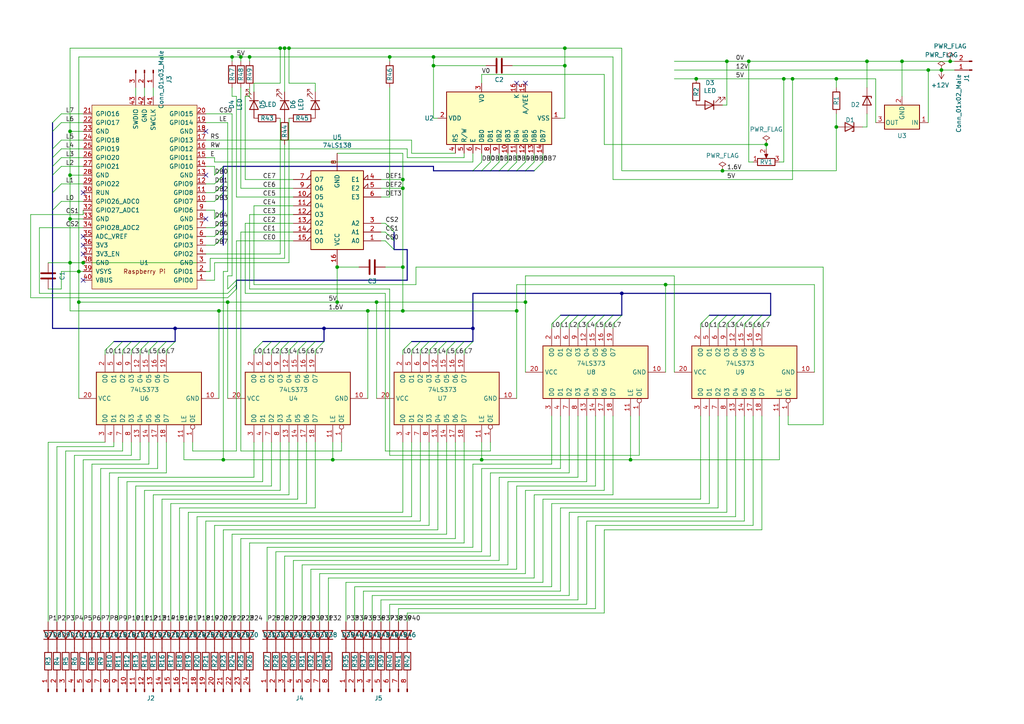
<source format=kicad_sch>
(kicad_sch (version 20211123) (generator eeschema)
  (paper "A4")
  (title_block (title "Bus Analyser") (date "2021-08-23") (rev "V0.1"))
  (junction (at 139.7 133.35))
  (junction (at 242.57 22.86))
  (junction (at 20.32 50.8))
  (junction (at 63.5 90.17))
  (junction (at 82.55 13.97))
  (junction (at 217.17 17.78))
  (junction (at 273.05 20.32))
  (junction (at 201.93 22.86))
  (junction (at 96.52 133.35))
  (junction (at 227.33 22.86))
  (junction (at 106.68 90.17))
  (junction (at 242.57 36.83))
  (junction (at 261.62 17.78))
  (junction (at 66.04 87.63))
  (junction (at 152.4 87.63))
  (junction (at 113.03 16.51))
  (junction (at 50.8 95.25))
  (junction (at 210.82 17.78))
  (junction (at 20.32 38.1))
  (junction (at 20.32 76.2))
  (junction (at 251.46 17.78))
  (junction (at 93.98 95.25))
  (junction (at 163.83 19.05))
  (junction (at 125.73 16.51))
  (junction (at 193.04 82.55))
  (junction (at 269.24 20.32))
  (junction (at 125.73 19.05))
  (junction (at 180.34 85.09))
  (junction (at 229.87 22.86))
  (junction (at 67.31 16.51))
  (junction (at 222.25 41.91))
  (junction (at 22.86 78.74))
  (junction (at 275.59 17.78))
  (junction (at 22.86 87.63))
  (junction (at 209.55 49.53))
  (junction (at 97.79 87.63))
  (junction (at 64.77 133.35))
  (junction (at 163.83 13.97))
  (junction (at 116.84 77.47))
  (junction (at 116.84 52.07))
  (junction (at 182.88 133.35))
  (junction (at 116.84 90.17))
  (junction (at 83.82 13.97))
  (junction (at 24.13 76.2))
  (junction (at 97.79 77.47))
  (junction (at 149.86 90.17))
  (junction (at 20.32 63.5))
  (junction (at 116.84 54.61))
  (junction (at 81.28 13.97))
  (junction (at 137.16 95.25))
  (junction (at 72.39 16.51))
  (junction (at 109.22 87.63))
  (junction (at 69.85 16.51))
  (no_connect (at 24.13 81.28))
  (no_connect (at 24.13 71.12))
  (no_connect (at 59.69 50.8))
  (no_connect (at 59.69 63.5))
  (no_connect (at 24.13 68.58))
  (no_connect (at 24.13 55.88))
  (no_connect (at 149.86 24.13))
  (no_connect (at 59.69 38.1))
  (no_connect (at 152.4 24.13))
  (no_connect (at 24.13 73.66))
  (bus_entry (at 132.08 101.6) (size 2.54 -2.54))
  (bus_entry (at 127 101.6) (size 2.54 -2.54))
  (bus_entry (at 144.78 46.99) (size -2.54 2.54))
  (bus_entry (at 15.24 43.18) (size 2.54 -2.54))
  (bus_entry (at 119.38 101.6) (size 2.54 -2.54))
  (bus_entry (at 177.8 93.98) (size 2.54 -2.54))
  (bus_entry (at 203.2 93.98) (size 2.54 -2.54))
  (bus_entry (at 33.02 101.6) (size 2.54 -2.54))
  (bus_entry (at 66.04 85.09) (size 2.54 -2.54))
  (bus_entry (at 175.26 93.98) (size 2.54 -2.54))
  (bus_entry (at 15.24 35.56) (size 2.54 -2.54))
  (bus_entry (at 35.56 101.6) (size 2.54 -2.54))
  (bus_entry (at 210.82 93.98) (size 2.54 -2.54))
  (bus_entry (at 121.92 101.6) (size 2.54 -2.54))
  (bus_entry (at 147.32 46.99) (size -2.54 2.54))
  (bus_entry (at 172.72 93.98) (size 2.54 -2.54))
  (bus_entry (at 149.86 46.99) (size -2.54 2.54))
  (bus_entry (at 170.18 93.98) (size 2.54 -2.54))
  (bus_entry (at 64.77 60.96) (size -2.54 2.54))
  (bus_entry (at 129.54 101.6) (size 2.54 -2.54))
  (bus_entry (at 114.3 67.31) (size -2.54 -2.54))
  (bus_entry (at 205.74 93.98) (size 2.54 -2.54))
  (bus_entry (at 218.44 93.98) (size 2.54 -2.54))
  (bus_entry (at 91.44 101.6) (size 2.54 -2.54))
  (bus_entry (at 15.24 38.1) (size 2.54 -2.54))
  (bus_entry (at 66.04 83.82) (size 2.54 -2.54))
  (bus_entry (at 64.77 53.34) (size -2.54 2.54))
  (bus_entry (at 48.26 101.6) (size 2.54 -2.54))
  (bus_entry (at 165.1 93.98) (size 2.54 -2.54))
  (bus_entry (at 64.77 68.58) (size -2.54 2.54))
  (bus_entry (at 78.74 101.6) (size 2.54 -2.54))
  (bus_entry (at 116.84 101.6) (size 2.54 -2.54))
  (bus_entry (at 162.56 93.98) (size 2.54 -2.54))
  (bus_entry (at 81.28 101.6) (size 2.54 -2.54))
  (bus_entry (at 30.48 101.6) (size 2.54 -2.54))
  (bus_entry (at 160.02 93.98) (size 2.54 -2.54))
  (bus_entry (at 66.04 86.36) (size 2.54 -2.54))
  (bus_entry (at 167.64 93.98) (size 2.54 -2.54))
  (bus_entry (at 43.18 101.6) (size 2.54 -2.54))
  (bus_entry (at 64.77 48.26) (size -2.54 2.54))
  (bus_entry (at 15.24 60.96) (size 2.54 -2.54))
  (bus_entry (at 40.64 101.6) (size 2.54 -2.54))
  (bus_entry (at 15.24 55.88) (size 2.54 -2.54))
  (bus_entry (at 157.48 46.99) (size -2.54 2.54))
  (bus_entry (at 64.77 63.5) (size -2.54 2.54))
  (bus_entry (at 64.77 55.88) (size -2.54 2.54))
  (bus_entry (at 139.7 46.99) (size -2.54 2.54))
  (bus_entry (at 220.98 93.98) (size 2.54 -2.54))
  (bus_entry (at 86.36 101.6) (size 2.54 -2.54))
  (bus_entry (at 134.62 101.6) (size 2.54 -2.54))
  (bus_entry (at 114.3 72.39) (size -2.54 -2.54))
  (bus_entry (at 76.2 101.6) (size 2.54 -2.54))
  (bus_entry (at 142.24 46.99) (size -2.54 2.54))
  (bus_entry (at 114.3 69.85) (size -2.54 -2.54))
  (bus_entry (at 15.24 48.26) (size 2.54 -2.54))
  (bus_entry (at 154.94 46.99) (size -2.54 2.54))
  (bus_entry (at 213.36 93.98) (size 2.54 -2.54))
  (bus_entry (at 38.1 101.6) (size 2.54 -2.54))
  (bus_entry (at 64.77 66.04) (size -2.54 2.54))
  (bus_entry (at 215.9 93.98) (size 2.54 -2.54))
  (bus_entry (at 64.77 50.8) (size -2.54 2.54))
  (bus_entry (at 124.46 101.6) (size 2.54 -2.54))
  (bus_entry (at 73.66 101.6) (size 2.54 -2.54))
  (bus_entry (at 15.24 45.72) (size 2.54 -2.54))
  (bus_entry (at 15.24 50.8) (size 2.54 -2.54))
  (bus_entry (at 45.72 101.6) (size 2.54 -2.54))
  (bus_entry (at 152.4 46.99) (size -2.54 2.54))
  (bus_entry (at 208.28 93.98) (size 2.54 -2.54))
  (bus_entry (at 88.9 101.6) (size 2.54 -2.54))
  (bus_entry (at 83.82 101.6) (size 2.54 -2.54))
  (wire (pts (xy 213.36 95.25) (xy 213.36 93.98)))
  (wire (pts (xy 129.54 128.27) (xy 129.54 154.94)))
  (wire (pts (xy 163.83 19.05) (xy 163.83 34.29)))
  (wire (pts (xy 165.1 95.25) (xy 165.1 93.98)))
  (bus (pts (xy 15.24 35.56) (xy 15.24 38.1)))
  (wire (pts (xy 165.1 120.65) (xy 165.1 137.16)))
  (wire (pts (xy 160.02 95.25) (xy 160.02 93.98)))
  (wire (pts (xy 33.02 102.87) (xy 33.02 101.6)))
  (wire (pts (xy 22.86 78.74) (xy 24.13 78.74)))
  (bus (pts (xy 38.1 99.06) (xy 40.64 99.06)))
  (wire (pts (xy 36.83 139.7) (xy 36.83 180.34)))
  (wire (pts (xy 59.69 33.02) (xy 67.31 33.02)))
  (wire (pts (xy 172.72 140.97) (xy 149.86 140.97)))
  (wire (pts (xy 66.04 35.56) (xy 66.04 78.74)))
  (bus (pts (xy 68.58 81.28) (xy 68.58 82.55)))
  (wire (pts (xy 59.69 71.12) (xy 62.23 71.12)))
  (bus (pts (xy 172.72 91.44) (xy 175.26 91.44)))
  (wire (pts (xy 203.2 95.25) (xy 203.2 93.98)))
  (bus (pts (xy 218.44 91.44) (xy 220.98 91.44)))
  (wire (pts (xy 82.55 13.97) (xy 83.82 13.97)))
  (wire (pts (xy 97.79 77.47) (xy 97.79 87.63)))
  (wire (pts (xy 113.03 16.51) (xy 125.73 16.51)))
  (wire (pts (xy 20.32 90.17) (xy 63.5 90.17)))
  (bus (pts (xy 35.56 99.06) (xy 38.1 99.06)))
  (wire (pts (xy 113.03 83.82) (xy 113.03 132.08)))
  (wire (pts (xy 24.13 33.02) (xy 17.78 33.02)))
  (wire (pts (xy 67.31 33.02) (xy 67.31 80.01)))
  (wire (pts (xy 24.13 38.1) (xy 20.32 38.1)))
  (wire (pts (xy 33.02 129.54) (xy 16.51 129.54)))
  (wire (pts (xy 119.38 40.64) (xy 119.38 44.45)))
  (wire (pts (xy 91.44 102.87) (xy 91.44 101.6)))
  (wire (pts (xy 139.7 44.45) (xy 139.7 46.99)))
  (wire (pts (xy 111.76 69.85) (xy 110.49 69.85)))
  (wire (pts (xy 30.48 128.27) (xy 13.97 128.27)))
  (wire (pts (xy 134.62 102.87) (xy 134.62 101.6)))
  (wire (pts (xy 162.56 135.89) (xy 139.7 135.89)))
  (wire (pts (xy 81.28 102.87) (xy 81.28 101.6)))
  (bus (pts (xy 64.77 68.58) (xy 64.77 71.12)))
  (wire (pts (xy 69.85 156.21) (xy 69.85 180.34)))
  (wire (pts (xy 48.26 137.16) (xy 31.75 137.16)))
  (bus (pts (xy 64.77 66.04) (xy 64.77 68.58)))
  (wire (pts (xy 43.18 128.27) (xy 43.18 134.62)))
  (wire (pts (xy 45.72 102.87) (xy 45.72 101.6)))
  (wire (pts (xy 208.28 95.25) (xy 208.28 93.98)))
  (wire (pts (xy 41.91 142.24) (xy 41.91 180.34)))
  (wire (pts (xy 118.11 43.18) (xy 59.69 43.18)))
  (wire (pts (xy 213.36 120.65) (xy 213.36 149.86)))
  (wire (pts (xy 85.09 62.23) (xy 72.39 62.23)))
  (wire (pts (xy 177.8 52.07) (xy 229.87 52.07)))
  (wire (pts (xy 31.75 137.16) (xy 31.75 180.34)))
  (wire (pts (xy 163.83 34.29) (xy 162.56 34.29)))
  (wire (pts (xy 73.66 26.67) (xy 73.66 24.13)))
  (wire (pts (xy 142.24 128.27) (xy 142.24 130.81)))
  (bus (pts (xy 137.16 49.53) (xy 139.7 49.53)))
  (wire (pts (xy 147.32 139.7) (xy 147.32 163.83)))
  (wire (pts (xy 251.46 17.78) (xy 251.46 25.4)))
  (wire (pts (xy 67.31 16.51) (xy 69.85 16.51)))
  (bus (pts (xy 119.38 99.06) (xy 121.92 99.06)))
  (wire (pts (xy 17.78 43.18) (xy 24.13 43.18)))
  (wire (pts (xy 106.68 115.57) (xy 106.68 90.17)))
  (wire (pts (xy 170.18 139.7) (xy 147.32 139.7)))
  (wire (pts (xy 76.2 102.87) (xy 76.2 101.6)))
  (wire (pts (xy 80.01 160.02) (xy 80.01 180.34)))
  (bus (pts (xy 132.08 99.06) (xy 134.62 99.06)))
  (wire (pts (xy 273.05 20.32) (xy 276.86 20.32)))
  (wire (pts (xy 111.76 64.77) (xy 110.49 64.77)))
  (wire (pts (xy 149.86 44.45) (xy 149.86 46.99)))
  (wire (pts (xy 60.96 78.74) (xy 60.96 74.93)))
  (wire (pts (xy 85.09 162.56) (xy 85.09 180.34)))
  (wire (pts (xy 57.15 149.86) (xy 57.15 180.34)))
  (wire (pts (xy 220.98 153.67) (xy 220.98 120.65)))
  (bus (pts (xy 210.82 91.44) (xy 213.36 91.44)))
  (wire (pts (xy 24.13 133.35) (xy 40.64 133.35)))
  (wire (pts (xy 110.49 180.34) (xy 110.49 173.99)))
  (wire (pts (xy 162.56 95.25) (xy 162.56 93.98)))
  (bus (pts (xy 43.18 99.06) (xy 45.72 99.06)))
  (wire (pts (xy 20.32 13.97) (xy 81.28 13.97)))
  (wire (pts (xy 115.57 176.53) (xy 115.57 180.34)))
  (wire (pts (xy 170.18 139.7) (xy 170.18 120.65)))
  (bus (pts (xy 76.2 99.06) (xy 78.74 99.06)))
  (wire (pts (xy 69.85 17.78) (xy 69.85 16.51)))
  (wire (pts (xy 53.34 133.35) (xy 53.34 128.27)))
  (wire (pts (xy 85.09 64.77) (xy 71.12 64.77)))
  (wire (pts (xy 24.13 40.64) (xy 17.78 40.64)))
  (wire (pts (xy 71.12 27.94) (xy 72.39 27.94)))
  (bus (pts (xy 83.82 99.06) (xy 86.36 99.06)))
  (wire (pts (xy 167.64 138.43) (xy 144.78 138.43)))
  (bus (pts (xy 134.62 99.06) (xy 137.16 99.06)))
  (wire (pts (xy 116.84 54.61) (xy 110.49 54.61)))
  (wire (pts (xy 217.17 17.78) (xy 251.46 17.78)))
  (bus (pts (xy 93.98 99.06) (xy 93.98 95.25)))
  (wire (pts (xy 137.16 46.99) (xy 137.16 44.45)))
  (wire (pts (xy 40.64 102.87) (xy 40.64 101.6)))
  (wire (pts (xy 67.31 17.78) (xy 67.31 16.51)))
  (wire (pts (xy 116.84 90.17) (xy 149.86 90.17)))
  (wire (pts (xy 72.39 157.48) (xy 72.39 180.34)))
  (wire (pts (xy 105.41 171.45) (xy 105.41 180.34)))
  (wire (pts (xy 147.32 44.45) (xy 147.32 46.99)))
  (wire (pts (xy 62.23 46.99) (xy 137.16 46.99)))
  (wire (pts (xy 177.8 120.65) (xy 177.8 143.51)))
  (wire (pts (xy 68.58 69.85) (xy 85.09 69.85)))
  (wire (pts (xy 127 34.29) (xy 125.73 34.29)))
  (wire (pts (xy 62.23 68.58) (xy 59.69 68.58)))
  (wire (pts (xy 172.72 152.4) (xy 172.72 176.53)))
  (bus (pts (xy 121.92 99.06) (xy 124.46 99.06)))
  (wire (pts (xy 77.47 158.75) (xy 137.16 158.75)))
  (wire (pts (xy 226.06 133.35) (xy 226.06 120.65)))
  (wire (pts (xy 86.36 144.78) (xy 46.99 144.78)))
  (bus (pts (xy 40.64 99.06) (xy 43.18 99.06)))
  (wire (pts (xy 205.74 95.25) (xy 205.74 93.98)))
  (bus (pts (xy 15.24 60.96) (xy 15.24 95.25)))
  (bus (pts (xy 162.56 91.44) (xy 165.1 91.44)))
  (wire (pts (xy 69.85 25.4) (xy 69.85 54.61)))
  (wire (pts (xy 111.76 85.09) (xy 111.76 130.81)))
  (wire (pts (xy 24.13 35.56) (xy 17.78 35.56)))
  (wire (pts (xy 162.56 171.45) (xy 105.41 171.45)))
  (wire (pts (xy 125.73 16.51) (xy 177.8 16.51)))
  (wire (pts (xy 182.88 133.35) (xy 226.06 133.35)))
  (bus (pts (xy 50.8 99.06) (xy 50.8 95.25)))
  (bus (pts (xy 93.98 95.25) (xy 50.8 95.25)))
  (bus (pts (xy 149.86 49.53) (xy 152.4 49.53)))
  (wire (pts (xy 66.04 87.63) (xy 97.79 87.63)))
  (wire (pts (xy 67.31 80.01) (xy 66.04 80.01)))
  (wire (pts (xy 87.63 163.83) (xy 147.32 163.83)))
  (wire (pts (xy 16.51 129.54) (xy 16.51 180.34)))
  (wire (pts (xy 17.78 48.26) (xy 24.13 48.26)))
  (wire (pts (xy 134.62 157.48) (xy 72.39 157.48)))
  (wire (pts (xy 63.5 115.57) (xy 63.5 90.17)))
  (wire (pts (xy 40.64 133.35) (xy 40.64 128.27)))
  (wire (pts (xy 44.45 143.51) (xy 83.82 143.51)))
  (wire (pts (xy 175.26 177.8) (xy 175.26 153.67)))
  (bus (pts (xy 86.36 99.06) (xy 88.9 99.06)))
  (wire (pts (xy 119.38 102.87) (xy 119.38 101.6)))
  (wire (pts (xy 177.8 95.25) (xy 177.8 93.98)))
  (wire (pts (xy 118.11 177.8) (xy 175.26 177.8)))
  (wire (pts (xy 251.46 33.02) (xy 251.46 36.83)))
  (wire (pts (xy 220.98 95.25) (xy 220.98 93.98)))
  (wire (pts (xy 134.62 128.27) (xy 134.62 157.48)))
  (wire (pts (xy 144.78 162.56) (xy 85.09 162.56)))
  (wire (pts (xy 26.67 134.62) (xy 26.67 180.34)))
  (wire (pts (xy 83.82 24.13) (xy 91.44 24.13)))
  (bus (pts (xy 81.28 99.06) (xy 83.82 99.06)))
  (wire (pts (xy 11.43 85.09) (xy 66.04 85.09)))
  (wire (pts (xy 73.66 24.13) (xy 81.28 24.13)))
  (bus (pts (xy 208.28 91.44) (xy 210.82 91.44)))
  (wire (pts (xy 68.58 27.94) (xy 68.58 57.15)))
  (wire (pts (xy 251.46 36.83) (xy 250.19 36.83)))
  (wire (pts (xy 73.66 59.69) (xy 73.66 82.55)))
  (wire (pts (xy 165.1 137.16) (xy 142.24 137.16)))
  (wire (pts (xy 215.9 151.13) (xy 215.9 120.65)))
  (wire (pts (xy 203.2 144.78) (xy 157.48 144.78)))
  (wire (pts (xy 13.97 128.27) (xy 13.97 180.34)))
  (wire (pts (xy 170.18 151.13) (xy 215.9 151.13)))
  (wire (pts (xy 175.26 120.65) (xy 175.26 142.24)))
  (wire (pts (xy 139.7 133.35) (xy 139.7 128.27)))
  (wire (pts (xy 132.08 102.87) (xy 132.08 101.6)))
  (bus (pts (xy 170.18 91.44) (xy 172.72 91.44)))
  (wire (pts (xy 167.64 120.65) (xy 167.64 138.43)))
  (wire (pts (xy 121.92 102.87) (xy 121.92 101.6)))
  (wire (pts (xy 48.26 102.87) (xy 48.26 101.6)))
  (wire (pts (xy 97.79 44.45) (xy 116.84 44.45)))
  (wire (pts (xy 152.4 87.63) (xy 152.4 107.95)))
  (wire (pts (xy 88.9 102.87) (xy 88.9 101.6)))
  (wire (pts (xy 90.17 165.1) (xy 90.17 180.34)))
  (wire (pts (xy 107.95 172.72) (xy 107.95 180.34)))
  (bus (pts (xy 205.74 91.44) (xy 208.28 91.44)))
  (wire (pts (xy 81.28 24.13) (xy 81.28 13.97)))
  (wire (pts (xy 209.55 49.53) (xy 242.57 49.53)))
  (wire (pts (xy 20.32 76.2) (xy 24.13 76.2)))
  (wire (pts (xy 24.13 63.5) (xy 20.32 63.5)))
  (wire (pts (xy 54.61 148.59) (xy 54.61 180.34)))
  (wire (pts (xy 121.92 151.13) (xy 59.69 151.13)))
  (wire (pts (xy 8.89 62.23) (xy 8.89 86.36)))
  (wire (pts (xy 20.32 50.8) (xy 20.32 63.5)))
  (wire (pts (xy 142.24 44.45) (xy 142.24 46.99)))
  (wire (pts (xy 38.1 128.27) (xy 38.1 132.08)))
  (wire (pts (xy 73.66 102.87) (xy 73.66 101.6)))
  (wire (pts (xy 175.26 41.91) (xy 222.25 41.91)))
  (wire (pts (xy 82.55 26.67) (xy 82.55 13.97)))
  (wire (pts (xy 66.04 80.01) (xy 66.04 83.82)))
  (wire (pts (xy 170.18 175.26) (xy 170.18 151.13)))
  (wire (pts (xy 152.4 166.37) (xy 92.71 166.37)))
  (wire (pts (xy 44.45 180.34) (xy 44.45 143.51)))
  (bus (pts (xy 137.16 95.25) (xy 137.16 85.09)))
  (wire (pts (xy 116.84 102.87) (xy 116.84 101.6)))
  (bus (pts (xy 45.72 99.06) (xy 48.26 99.06)))
  (wire (pts (xy 203.2 120.65) (xy 203.2 144.78)))
  (wire (pts (xy 20.32 76.2) (xy 20.32 90.17)))
  (wire (pts (xy 8.89 86.36) (xy 66.04 86.36)))
  (wire (pts (xy 113.03 175.26) (xy 170.18 175.26)))
  (bus (pts (xy 177.8 91.44) (xy 180.34 91.44)))
  (wire (pts (xy 167.64 149.86) (xy 167.64 173.99)))
  (wire (pts (xy 20.32 76.2) (xy 20.32 63.5)))
  (wire (pts (xy 45.72 128.27) (xy 45.72 135.89)))
  (wire (pts (xy 49.53 146.05) (xy 49.53 180.34)))
  (wire (pts (xy 116.84 52.07) (xy 116.84 54.61)))
  (bus (pts (xy 114.3 67.31) (xy 114.3 69.85)))
  (wire (pts (xy 119.38 128.27) (xy 119.38 149.86)))
  (wire (pts (xy 175.26 142.24) (xy 152.4 142.24)))
  (bus (pts (xy 48.26 99.06) (xy 50.8 99.06)))
  (wire (pts (xy 124.46 128.27) (xy 124.46 152.4)))
  (bus (pts (xy 64.77 53.34) (xy 64.77 55.88)))
  (wire (pts (xy 242.57 25.4) (xy 242.57 22.86)))
  (wire (pts (xy 124.46 102.87) (xy 124.46 101.6)))
  (wire (pts (xy 106.68 90.17) (xy 116.84 90.17)))
  (wire (pts (xy 54.61 148.59) (xy 116.84 148.59)))
  (wire (pts (xy 139.7 133.35) (xy 182.88 133.35)))
  (wire (pts (xy 24.13 66.04) (xy 11.43 66.04)))
  (bus (pts (xy 125.73 48.26) (xy 64.77 48.26)))
  (wire (pts (xy 154.94 167.64) (xy 95.25 167.64)))
  (wire (pts (xy 139.7 21.59) (xy 175.26 21.59)))
  (wire (pts (xy 35.56 102.87) (xy 35.56 101.6)))
  (wire (pts (xy 83.82 76.2) (xy 83.82 34.29)))
  (wire (pts (xy 107.95 172.72) (xy 165.1 172.72)))
  (bus (pts (xy 124.46 99.06) (xy 127 99.06)))
  (wire (pts (xy 208.28 147.32) (xy 162.56 147.32)))
  (wire (pts (xy 140.97 19.05) (xy 125.73 19.05)))
  (wire (pts (xy 172.72 176.53) (xy 115.57 176.53)))
  (bus (pts (xy 125.73 49.53) (xy 137.16 49.53)))
  (wire (pts (xy 218.44 46.99) (xy 217.17 46.99)))
  (wire (pts (xy 177.8 16.51) (xy 177.8 52.07)))
  (wire (pts (xy 81.28 142.24) (xy 41.91 142.24)))
  (wire (pts (xy 86.36 102.87) (xy 86.36 101.6)))
  (bus (pts (xy 118.11 72.39) (xy 114.3 72.39)))
  (bus (pts (xy 64.77 50.8) (xy 64.77 53.34)))
  (wire (pts (xy 59.69 60.96) (xy 62.23 60.96)))
  (wire (pts (xy 157.48 44.45) (xy 157.48 46.99)))
  (bus (pts (xy 88.9 99.06) (xy 91.44 99.06)))
  (wire (pts (xy 160.02 146.05) (xy 205.74 146.05)))
  (wire (pts (xy 218.44 120.65) (xy 218.44 152.4)))
  (wire (pts (xy 68.58 82.55) (xy 68.58 83.82)))
  (wire (pts (xy 205.74 146.05) (xy 205.74 120.65)))
  (wire (pts (xy 67.31 27.94) (xy 68.58 27.94)))
  (bus (pts (xy 223.52 91.44) (xy 223.52 85.09)))
  (wire (pts (xy 195.58 107.95) (xy 195.58 80.01)))
  (bus (pts (xy 139.7 49.53) (xy 142.24 49.53)))
  (wire (pts (xy 63.5 90.17) (xy 106.68 90.17)))
  (wire (pts (xy 142.24 137.16) (xy 142.24 161.29)))
  (wire (pts (xy 83.82 24.13) (xy 83.82 13.97)))
  (wire (pts (xy 62.23 76.2) (xy 83.82 76.2)))
  (wire (pts (xy 83.82 13.97) (xy 163.83 13.97)))
  (bus (pts (xy 223.52 85.09) (xy 180.34 85.09)))
  (wire (pts (xy 43.18 102.87) (xy 43.18 101.6)))
  (bus (pts (xy 15.24 38.1) (xy 15.24 43.18)))
  (wire (pts (xy 22.86 78.74) (xy 22.86 87.63)))
  (bus (pts (xy 64.77 63.5) (xy 64.77 66.04)))
  (wire (pts (xy 41.91 27.94) (xy 41.91 25.4)))
  (wire (pts (xy 218.44 152.4) (xy 172.72 152.4)))
  (bus (pts (xy 167.64 91.44) (xy 170.18 91.44)))
  (wire (pts (xy 113.03 16.51) (xy 113.03 17.78)))
  (bus (pts (xy 144.78 49.53) (xy 147.32 49.53)))
  (wire (pts (xy 59.69 81.28) (xy 62.23 81.28)))
  (wire (pts (xy 20.32 13.97) (xy 20.32 38.1)))
  (wire (pts (xy 102.87 170.18) (xy 102.87 180.34)))
  (wire (pts (xy 82.55 74.93) (xy 82.55 41.91)))
  (wire (pts (xy 137.16 134.62) (xy 137.16 158.75)))
  (wire (pts (xy 139.7 24.13) (xy 139.7 21.59)))
  (wire (pts (xy 96.52 133.35) (xy 139.7 133.35)))
  (wire (pts (xy 193.04 82.55) (xy 236.22 82.55)))
  (wire (pts (xy 132.08 156.21) (xy 69.85 156.21)))
  (wire (pts (xy 52.07 147.32) (xy 52.07 180.34)))
  (wire (pts (xy 68.58 83.82) (xy 68.58 130.81)))
  (wire (pts (xy 69.85 67.31) (xy 69.85 130.81)))
  (wire (pts (xy 22.86 115.57) (xy 22.86 87.63)))
  (wire (pts (xy 111.76 130.81) (xy 142.24 130.81)))
  (wire (pts (xy 97.79 87.63) (xy 109.22 87.63)))
  (wire (pts (xy 210.82 30.48) (xy 210.82 17.78)))
  (wire (pts (xy 35.56 130.81) (xy 19.05 130.81)))
  (wire (pts (xy 62.23 48.26) (xy 62.23 50.8)))
  (wire (pts (xy 39.37 27.94) (xy 39.37 25.4)))
  (bus (pts (xy 127 99.06) (xy 129.54 99.06)))
  (wire (pts (xy 72.39 17.78) (xy 72.39 16.51)))
  (bus (pts (xy 68.58 82.55) (xy 68.58 83.82)))
  (wire (pts (xy 60.96 74.93) (xy 82.55 74.93)))
  (wire (pts (xy 157.48 144.78) (xy 157.48 168.91)))
  (wire (pts (xy 78.74 102.87) (xy 78.74 101.6)))
  (wire (pts (xy 218.44 95.25) (xy 218.44 93.98)))
  (wire (pts (xy 209.55 30.48) (xy 210.82 30.48)))
  (wire (pts (xy 95.25 167.64) (xy 95.25 180.34)))
  (wire (pts (xy 73.66 138.43) (xy 73.66 128.27)))
  (bus (pts (xy 91.44 99.06) (xy 93.98 99.06)))
  (wire (pts (xy 91.44 24.13) (xy 91.44 26.67)))
  (wire (pts (xy 8.89 62.23) (xy 24.13 62.23)))
  (wire (pts (xy 227.33 22.86) (xy 229.87 22.86)))
  (bus (pts (xy 142.24 49.53) (xy 144.78 49.53)))
  (wire (pts (xy 134.62 45.72) (xy 118.11 45.72)))
  (wire (pts (xy 116.84 77.47) (xy 111.76 77.47)))
  (wire (pts (xy 85.09 52.07) (xy 71.12 52.07)))
  (wire (pts (xy 72.39 83.82) (xy 113.03 83.82)))
  (wire (pts (xy 45.72 135.89) (xy 29.21 135.89)))
  (wire (pts (xy 62.23 60.96) (xy 62.23 63.5)))
  (wire (pts (xy 69.85 16.51) (xy 72.39 16.51)))
  (wire (pts (xy 62.23 66.04) (xy 59.69 66.04)))
  (wire (pts (xy 113.03 175.26) (xy 113.03 180.34)))
  (wire (pts (xy 20.32 38.1) (xy 20.32 50.8)))
  (wire (pts (xy 172.72 120.65) (xy 172.72 140.97)))
  (wire (pts (xy 227.33 22.86) (xy 227.33 46.99)))
  (wire (pts (xy 21.59 132.08) (xy 21.59 180.34)))
  (wire (pts (xy 19.05 130.81) (xy 19.05 180.34)))
  (bus (pts (xy 137.16 99.06) (xy 137.16 95.25)))
  (wire (pts (xy 72.39 16.51) (xy 113.03 16.51)))
  (bus (pts (xy 15.24 48.26) (xy 15.24 50.8)))
  (wire (pts (xy 71.12 52.07) (xy 71.12 27.94)))
  (wire (pts (xy 81.28 73.66) (xy 81.28 34.29)))
  (wire (pts (xy 69.85 130.81) (xy 99.06 130.81)))
  (wire (pts (xy 64.77 133.35) (xy 53.34 133.35)))
  (bus (pts (xy 64.77 48.26) (xy 64.77 50.8)))
  (wire (pts (xy 62.23 45.72) (xy 59.69 45.72)))
  (wire (pts (xy 109.22 87.63) (xy 152.4 87.63)))
  (wire (pts (xy 208.28 120.65) (xy 208.28 147.32)))
  (wire (pts (xy 29.21 135.89) (xy 29.21 180.34)))
  (wire (pts (xy 242.57 36.83) (xy 242.57 33.02)))
  (wire (pts (xy 102.87 170.18) (xy 160.02 170.18)))
  (wire (pts (xy 167.64 95.25) (xy 167.64 93.98)))
  (bus (pts (xy 180.34 85.09) (xy 180.34 91.44)))
  (wire (pts (xy 213.36 149.86) (xy 167.64 149.86)))
  (wire (pts (xy 276.86 17.78) (xy 275.59 17.78)))
  (wire (pts (xy 72.39 25.4) (xy 72.39 27.94)))
  (wire (pts (xy 48.26 128.27) (xy 48.26 137.16)))
  (wire (pts (xy 119.38 44.45) (xy 132.08 44.45)))
  (wire (pts (xy 125.73 34.29) (xy 125.73 19.05)))
  (wire (pts (xy 148.59 19.05) (xy 163.83 19.05)))
  (bus (pts (xy 220.98 91.44) (xy 223.52 91.44)))
  (wire (pts (xy 228.6 123.19) (xy 228.6 120.65)))
  (wire (pts (xy 154.94 143.51) (xy 154.94 167.64)))
  (wire (pts (xy 139.7 135.89) (xy 139.7 160.02)))
  (wire (pts (xy 88.9 146.05) (xy 49.53 146.05)))
  (wire (pts (xy 193.04 82.55) (xy 193.04 107.95)))
  (bus (pts (xy 64.77 55.88) (xy 64.77 60.96)))
  (wire (pts (xy 46.99 144.78) (xy 46.99 180.34)))
  (wire (pts (xy 83.82 143.51) (xy 83.82 128.27)))
  (wire (pts (xy 160.02 134.62) (xy 160.02 120.65)))
  (wire (pts (xy 111.76 85.09) (xy 71.12 85.09)))
  (wire (pts (xy 113.03 132.08) (xy 185.42 132.08)))
  (wire (pts (xy 17.78 78.74) (xy 17.78 83.82)))
  (wire (pts (xy 30.48 102.87) (xy 30.48 101.6)))
  (wire (pts (xy 85.09 59.69) (xy 73.66 59.69)))
  (wire (pts (xy 195.58 22.86) (xy 201.93 22.86)))
  (wire (pts (xy 73.66 82.55) (xy 120.65 82.55)))
  (bus (pts (xy 33.02 99.06) (xy 35.56 99.06)))
  (wire (pts (xy 227.33 46.99) (xy 226.06 46.99)))
  (wire (pts (xy 269.24 35.56) (xy 269.24 20.32)))
  (wire (pts (xy 116.84 52.07) (xy 110.49 52.07)))
  (wire (pts (xy 163.83 13.97) (xy 180.34 13.97)))
  (wire (pts (xy 13.97 76.2) (xy 20.32 76.2)))
  (wire (pts (xy 62.23 81.28) (xy 62.23 76.2)))
  (wire (pts (xy 85.09 67.31) (xy 69.85 67.31)))
  (wire (pts (xy 91.44 147.32) (xy 52.07 147.32)))
  (bus (pts (xy 118.11 81.28) (xy 118.11 72.39)))
  (wire (pts (xy 152.4 44.45) (xy 152.4 46.99)))
  (wire (pts (xy 152.4 80.01) (xy 152.4 87.63)))
  (wire (pts (xy 165.1 148.59) (xy 210.82 148.59)))
  (wire (pts (xy 236.22 82.55) (xy 236.22 107.95)))
  (wire (pts (xy 22.86 16.51) (xy 22.86 78.74)))
  (bus (pts (xy 137.16 95.25) (xy 93.98 95.25)))
  (wire (pts (xy 149.86 82.55) (xy 193.04 82.55)))
  (wire (pts (xy 261.62 17.78) (xy 275.59 17.78)))
  (wire (pts (xy 129.54 154.94) (xy 67.31 154.94)))
  (wire (pts (xy 242.57 36.83) (xy 242.57 49.53)))
  (wire (pts (xy 124.46 152.4) (xy 62.23 152.4)))
  (wire (pts (xy 62.23 152.4) (xy 62.23 180.34)))
  (wire (pts (xy 43.18 134.62) (xy 26.67 134.62)))
  (wire (pts (xy 62.23 55.88) (xy 59.69 55.88)))
  (wire (pts (xy 116.84 148.59) (xy 116.84 128.27)))
  (wire (pts (xy 116.84 77.47) (xy 116.84 90.17)))
  (wire (pts (xy 120.65 82.55) (xy 120.65 77.47)))
  (wire (pts (xy 64.77 180.34) (xy 64.77 153.67)))
  (wire (pts (xy 91.44 128.27) (xy 91.44 147.32)))
  (bus (pts (xy 137.16 85.09) (xy 180.34 85.09)))
  (wire (pts (xy 17.78 45.72) (xy 24.13 45.72)))
  (wire (pts (xy 163.83 19.05) (xy 163.83 13.97)))
  (wire (pts (xy 24.13 50.8) (xy 20.32 50.8)))
  (wire (pts (xy 175.26 21.59) (xy 175.26 41.91)))
  (wire (pts (xy 38.1 102.87) (xy 38.1 101.6)))
  (wire (pts (xy 81.28 128.27) (xy 81.28 142.24)))
  (wire (pts (xy 113.03 57.15) (xy 113.03 25.4)))
  (wire (pts (xy 162.56 120.65) (xy 162.56 135.89)))
  (wire (pts (xy 210.82 17.78) (xy 217.17 17.78)))
  (wire (pts (xy 64.77 153.67) (xy 127 153.67)))
  (wire (pts (xy 109.22 115.57) (xy 109.22 87.63)))
  (wire (pts (xy 17.78 53.34) (xy 24.13 53.34)))
  (wire (pts (xy 35.56 128.27) (xy 35.56 130.81)))
  (wire (pts (xy 100.33 168.91) (xy 100.33 180.34)))
  (wire (pts (xy 170.18 95.25) (xy 170.18 93.98)))
  (wire (pts (xy 201.93 22.86) (xy 227.33 22.86)))
  (wire (pts (xy 87.63 180.34) (xy 87.63 163.83)))
  (wire (pts (xy 157.48 168.91) (xy 100.33 168.91)))
  (wire (pts (xy 78.74 128.27) (xy 78.74 140.97)))
  (wire (pts (xy 66.04 87.63) (xy 66.04 115.57)))
  (wire (pts (xy 175.26 95.25) (xy 175.26 93.98)))
  (wire (pts (xy 77.47 158.75) (xy 77.47 180.34)))
  (wire (pts (xy 22.86 16.51) (xy 67.31 16.51)))
  (wire (pts (xy 22.86 78.74) (xy 17.78 78.74)))
  (wire (pts (xy 162.56 147.32) (xy 162.56 171.45)))
  (wire (pts (xy 59.69 73.66) (xy 81.28 73.66)))
  (wire (pts (xy 149.86 90.17) (xy 149.86 82.55)))
  (wire (pts (xy 17.78 58.42) (xy 24.13 58.42)))
  (wire (pts (xy 132.08 128.27) (xy 132.08 156.21)))
  (wire (pts (xy 119.38 149.86) (xy 57.15 149.86)))
  (wire (pts (xy 185.42 132.08) (xy 185.42 120.65)))
  (bus (pts (xy 175.26 91.44) (xy 177.8 91.44)))
  (wire (pts (xy 104.14 77.47) (xy 97.79 77.47)))
  (wire (pts (xy 55.88 128.27) (xy 55.88 130.81)))
  (wire (pts (xy 160.02 170.18) (xy 160.02 146.05)))
  (wire (pts (xy 195.58 80.01) (xy 152.4 80.01)))
  (wire (pts (xy 92.71 166.37) (xy 92.71 180.34)))
  (wire (pts (xy 160.02 134.62) (xy 137.16 134.62)))
  (wire (pts (xy 149.86 140.97) (xy 149.86 165.1)))
  (wire (pts (xy 129.54 102.87) (xy 129.54 101.6)))
  (wire (pts (xy 76.2 139.7) (xy 36.83 139.7)))
  (wire (pts (xy 55.88 130.81) (xy 68.58 130.81)))
  (wire (pts (xy 64.77 133.35) (xy 96.52 133.35)))
  (wire (pts (xy 99.06 130.81) (xy 99.06 128.27)))
  (wire (pts (xy 217.17 46.99) (xy 217.17 17.78)))
  (wire (pts (xy 67.31 154.94) (xy 67.31 180.34)))
  (wire (pts (xy 261.62 27.94) (xy 261.62 17.78)))
  (wire (pts (xy 269.24 20.32) (xy 195.58 20.32)))
  (wire (pts (xy 134.62 44.45) (xy 134.62 45.72)))
  (wire (pts (xy 269.24 20.32) (xy 273.05 20.32)))
  (wire (pts (xy 149.86 165.1) (xy 90.17 165.1)))
  (wire (pts (xy 210.82 148.59) (xy 210.82 120.65)))
  (wire (pts (xy 116.84 44.45) (xy 116.84 52.07)))
  (wire (pts (xy 120.65 77.47) (xy 238.76 77.47)))
  (wire (pts (xy 177.8 143.51) (xy 154.94 143.51)))
  (bus (pts (xy 215.9 91.44) (xy 218.44 91.44)))
  (bus (pts (xy 114.3 69.85) (xy 114.3 72.39)))
  (wire (pts (xy 127 153.67) (xy 127 128.27)))
  (wire (pts (xy 44.45 27.94) (xy 44.45 25.4)))
  (bus (pts (xy 68.58 81.28) (xy 118.11 81.28)))
  (wire (pts (xy 78.74 140.97) (xy 39.37 140.97)))
  (wire (pts (xy 72.39 62.23) (xy 72.39 83.82)))
  (wire (pts (xy 215.9 95.25) (xy 215.9 93.98)))
  (wire (pts (xy 68.58 57.15) (xy 85.09 57.15)))
  (wire (pts (xy 118.11 177.8) (xy 118.11 180.34)))
  (bus (pts (xy 15.24 95.25) (xy 50.8 95.25)))
  (wire (pts (xy 59.69 35.56) (xy 66.04 35.56)))
  (wire (pts (xy 254 22.86) (xy 254 35.56)))
  (wire (pts (xy 242.57 22.86) (xy 254 22.86)))
  (wire (pts (xy 210.82 95.25) (xy 210.82 93.98)))
  (bus (pts (xy 64.77 60.96) (xy 64.77 63.5)))
  (wire (pts (xy 68.58 69.85) (xy 68.58 81.28)))
  (wire (pts (xy 62.23 53.34) (xy 59.69 53.34)))
  (wire (pts (xy 96.52 133.35) (xy 96.52 128.27)))
  (wire (pts (xy 24.13 62.23) (xy 24.13 60.96)))
  (wire (pts (xy 11.43 66.04) (xy 11.43 85.09)))
  (wire (pts (xy 67.31 25.4) (xy 67.31 27.94)))
  (wire (pts (xy 64.77 78.74) (xy 64.77 133.35)))
  (bus (pts (xy 78.74 99.06) (xy 81.28 99.06)))
  (wire (pts (xy 69.85 54.61) (xy 85.09 54.61)))
  (wire (pts (xy 175.26 153.67) (xy 220.98 153.67)))
  (wire (pts (xy 222.25 41.91) (xy 222.25 43.18)))
  (wire (pts (xy 172.72 95.25) (xy 172.72 93.98)))
  (wire (pts (xy 251.46 17.78) (xy 261.62 17.78)))
  (wire (pts (xy 144.78 44.45) (xy 144.78 46.99)))
  (wire (pts (xy 125.73 19.05) (xy 125.73 16.51)))
  (bus (pts (xy 165.1 91.44) (xy 167.64 91.44)))
  (wire (pts (xy 83.82 102.87) (xy 83.82 101.6)))
  (wire (pts (xy 71.12 64.77) (xy 71.12 85.09)))
  (bus (pts (xy 213.36 91.44) (xy 215.9 91.44)))
  (wire (pts (xy 238.76 123.19) (xy 228.6 123.19)))
  (wire (pts (xy 59.69 58.42) (xy 62.23 58.42)))
  (wire (pts (xy 116.84 54.61) (xy 116.84 77.47)))
  (wire (pts (xy 39.37 140.97) (xy 39.37 180.34)))
  (wire (pts (xy 238.76 77.47) (xy 238.76 123.19)))
  (wire (pts (xy 38.1 132.08) (xy 21.59 132.08)))
  (wire (pts (xy 24.13 180.34) (xy 24.13 133.35)))
  (wire (pts (xy 86.36 128.27) (xy 86.36 144.78)))
  (wire (pts (xy 182.88 133.35) (xy 182.88 120.65)))
  (wire (pts (xy 229.87 22.86) (xy 242.57 22.86)))
  (wire (pts (xy 59.69 151.13) (xy 59.69 180.34)))
  (wire (pts (xy 127 102.87) (xy 127 101.6)))
  (wire (pts (xy 76.2 128.27) (xy 76.2 139.7)))
  (bus (pts (xy 15.24 50.8) (xy 15.24 55.88)))
  (wire (pts (xy 167.64 173.99) (xy 110.49 173.99)))
  (bus (pts (xy 15.24 43.18) (xy 15.24 45.72)))
  (bus (pts (xy 129.54 99.06) (xy 132.08 99.06)))
  (wire (pts (xy 13.97 83.82) (xy 17.78 83.82)))
  (wire (pts (xy 121.92 128.27) (xy 121.92 151.13)))
  (wire (pts (xy 34.29 138.43) (xy 73.66 138.43)))
  (wire (pts (xy 144.78 138.43) (xy 144.78 162.56)))
  (wire (pts (xy 152.4 142.24) (xy 152.4 166.37)))
  (wire (pts (xy 118.11 45.72) (xy 118.11 43.18)))
  (wire (pts (xy 229.87 22.86) (xy 229.87 52.07)))
  (wire (pts (xy 82.55 161.29) (xy 82.55 180.34)))
  (wire (pts (xy 113.03 57.15) (xy 110.49 57.15)))
  (wire (pts (xy 142.24 161.29) (xy 82.55 161.29)))
  (wire (pts (xy 62.23 45.72) (xy 62.23 46.99)))
  (wire (pts (xy 59.69 48.26) (xy 62.23 48.26)))
  (bus (pts (xy 147.32 49.53) (xy 149.86 49.53)))
  (wire (pts (xy 33.02 128.27) (xy 33.02 129.54)))
  (wire (pts (xy 180.34 13.97) (xy 180.34 49.53)))
  (bus (pts (xy 152.4 49.53) (xy 154.94 49.53)))
  (wire (pts (xy 149.86 115.57) (xy 149.86 90.17)))
  (wire (pts (xy 110.49 67.31) (xy 111.76 67.31)))
  (bus (pts (xy 15.24 45.72) (xy 15.24 48.26)))
  (wire (pts (xy 88.9 128.27) (xy 88.9 146.05)))
  (bus (pts (xy 15.24 55.88) (xy 15.24 60.96)))
  (wire (pts (xy 22.86 87.63) (xy 66.04 87.63)))
  (wire (pts (xy 139.7 160.02) (xy 80.01 160.02)))
  (wire (pts (xy 68.58 81.28) (xy 68.58 82.55)))
  (wire (pts (xy 165.1 172.72) (xy 165.1 148.59)))
  (wire (pts (xy 66.04 78.74) (xy 64.77 78.74)))
  (wire (pts (xy 195.58 17.78) (xy 210.82 17.78)))
  (wire (pts (xy 59.69 78.74) (xy 60.96 78.74)))
  (wire (pts (xy 154.94 44.45) (xy 154.94 46.99)))
  (bus (pts (xy 125.73 49.53) (xy 125.73 48.26)))
  (wire (pts (xy 81.28 13.97) (xy 82.55 13.97)))
  (wire (pts (xy 180.34 49.53) (xy 209.55 49.53)))
  (wire (pts (xy 34.29 138.43) (xy 34.29 180.34)))
  (wire (pts (xy 24.13 76.2) (xy 59.69 76.2)))
  (wire (pts (xy 59.69 40.64) (xy 119.38 40.64)))
  (label "E" (at 60.96 45.72 0))
  (label "P16" (at 52.07 180.34 0))
  (label "CS2" (at 19.05 66.04 0))
  (label "CE7" (at 76.2 52.07 0))
  (label "LE" (at 63.5 35.56 0))
  (label "L1" (at 119.38 102.87 0))
  (label "5V" (at 68.58 16.51 0))
  (label "CE2" (at 76.2 64.77 0))
  (label "DB4" (at 149.86 46.99 0))
  (label "L4" (at 19.05 43.18 0))
  (label "P25" (at 77.47 180.34 0))
  (label "L5" (at 86.36 102.87 0))
  (label "DET3" (at 111.76 57.15 0))
  (label "DB5" (at 152.4 46.99 0))
  (label "P26" (at 80.01 180.34 0))
  (label "P5" (at 24.13 180.34 0))
  (label "DEF2" (at 111.76 54.61 0))
  (label "DB6" (at 154.94 46.99 0))
  (label "P7" (at 29.21 180.34 0))
  (label "L3" (at 167.64 95.25 0))
  (label "CE1" (at 76.2 67.31 0))
  (label "P20" (at 62.23 180.34 0))
  (label "P28" (at 85.09 180.34 0))
  (label "L6" (at 45.72 102.87 0))
  (label "P22" (at 67.31 180.34 0))
  (label "DB5" (at 62.23 66.04 0))
  (label "P24" (at 72.39 180.34 0))
  (label "L6" (at 88.9 102.87 0))
  (label "L6" (at 132.08 102.87 0))
  (label "DB0" (at 139.7 46.99 0))
  (label "DB3" (at 62.23 58.42 0))
  (label "P15" (at 49.53 180.34 0))
  (label "L2" (at 19.05 48.26 0))
  (label "L7" (at 91.44 102.87 0))
  (label "5V" (at 213.36 22.86 0))
  (label "L3" (at 81.28 102.87 0))
  (label "L5" (at 172.72 95.25 0))
  (label "CS2" (at 111.76 64.77 0))
  (label "V0" (at 139.7 21.59 0))
  (label "P9" (at 34.29 180.34 0))
  (label "DEF1" (at 111.76 52.07 0))
  (label "L2" (at 121.92 102.87 0))
  (label "L0" (at 116.84 102.87 0))
  (label "L2" (at 165.1 95.25 0))
  (label "L4" (at 83.82 102.87 0))
  (label "P13" (at 44.45 180.34 0))
  (label "DB3" (at 147.32 46.99 0))
  (label "L0" (at 203.2 95.25 0))
  (label "5V" (at 95.25 87.63 0))
  (label "P1" (at 13.97 180.34 0))
  (label "L1" (at 205.74 95.25 0))
  (label "DB7" (at 157.48 46.99 0))
  (label "CE4" (at 76.2 59.69 0))
  (label "DB1" (at 142.24 46.99 0))
  (label "L6" (at 175.26 95.25 0))
  (label "P30" (at 90.17 180.34 0))
  (label "L7" (at 220.98 95.25 0))
  (label "5V" (at 210.82 52.07 0))
  (label "DB1" (at 62.23 53.34 0))
  (label "DB2" (at 144.78 46.99 0))
  (label "CS1" (at 111.76 67.31 0))
  (label "L3" (at 38.1 102.87 0))
  (label "P14" (at 46.99 180.34 0))
  (label "12V" (at 213.36 20.32 0))
  (label "L2" (at 35.56 102.87 0))
  (label "L6" (at 19.05 35.56 0))
  (label "L0" (at 30.48 102.87 0))
  (label "P27" (at 82.55 180.34 0))
  (label "L4" (at 127 102.87 0))
  (label "P31" (at 92.71 180.34 0))
  (label "P11" (at 39.37 180.34 0))
  (label "0V" (at 213.36 17.78 0))
  (label "L7" (at 134.62 102.87 0))
  (label "L3" (at 210.82 95.25 0))
  (label "L1" (at 33.02 102.87 0))
  (label "P2" (at 16.51 180.34 0))
  (label "L3" (at 124.46 102.87 0))
  (label "CE3" (at 76.2 62.23 0))
  (label "DB4" (at 62.23 63.5 0))
  (label "P23" (at 69.85 180.34 0))
  (label "CE0" (at 76.2 69.85 0))
  (label "CE6" (at 76.2 54.61 0))
  (label "P40" (at 118.11 180.34 0))
  (label "P17" (at 54.61 180.34 0))
  (label "CE5" (at 76.2 57.15 0))
  (label "P10" (at 36.83 180.34 0))
  (label "L2" (at 208.28 95.25 0))
  (label "L3" (at 19.05 45.72 0))
  (label "L2" (at 78.74 102.87 0))
  (label "L4" (at 170.18 95.25 0))
  (label "P21" (at 64.77 180.34 0))
  (label "P29" (at 87.63 180.34 0))
  (label "DB0" (at 62.23 50.8 0))
  (label "L5" (at 43.18 102.87 0))
  (label "DB6" (at 62.23 68.58 0))
  (label "L7" (at 48.26 102.87 0))
  (label "P36" (at 107.95 180.34 0))
  (label "P38" (at 113.03 180.34 0))
  (label "L5" (at 129.54 102.87 0))
  (label "L4" (at 213.36 95.25 0))
  (label "L5" (at 19.05 40.64 0))
  (label "DB7" (at 62.23 71.12 0))
  (label "P3" (at 19.05 180.34 0))
  (label "L1" (at 76.2 102.87 0))
  (label "P6" (at 26.67 180.34 0))
  (label "P4" (at 21.59 180.34 0))
  (label "L7" (at 177.8 95.25 0))
  (label "P32" (at 95.25 180.34 0))
  (label "1.6V" (at 210.82 49.53 0))
  (label "P8" (at 31.75 180.34 0))
  (label "P39" (at 115.57 180.34 0))
  (label "L0" (at 160.02 95.25 0))
  (label "P33" (at 100.33 180.34 0))
  (label "P37" (at 110.49 180.34 0))
  (label "DB2" (at 62.23 55.88 0))
  (label "L1" (at 19.05 53.34 0))
  (label "L7" (at 19.05 33.02 0))
  (label "CS0" (at 63.5 33.02 0))
  (label "L5" (at 215.9 95.25 0))
  (label "L1" (at 162.56 95.25 0))
  (label "P35" (at 105.41 180.34 0))
  (label "CS0" (at 111.76 69.85 0))
  (label "L4" (at 40.64 102.87 0))
  (label "P34" (at 102.87 180.34 0))
  (label "RS" (at 60.96 40.64 0))
  (label "P12" (at 41.91 180.34 0))
  (label "RW" (at 60.96 43.18 0))
  (label "L0" (at 19.05 58.42 0))
  (label "CS1" (at 19.05 62.23 0))
  (label "P18" (at 57.15 180.34 0))
  (label "P19" (at 59.69 180.34 0))
  (label "L6" (at 218.44 95.25 0))
  (label "L0" (at 73.66 102.87 0))
  (label "1.6V" (at 95.25 90.17 0))
  (symbol (lib_id "Device:D_Zener") (at 251.46 29.21 270) (unit 1)
    (property "Reference" "D2" (at 249.428 30.3784 90) (effects (justify right)))
    (property "Value" "D_Zener" (effects hide))
    (property "Footprint" "Diode_THT:D_A-405_P7.62mm_Horizontal" (effects hide))
  )
  (symbol (lib_id "Device:D_Zener") (at 246.38 36.83 180) (unit 1)
    (property "Reference" "D1" (at 245.2116 34.798 0) (effects (justify right)))
    (property "Value" "D_Zener" (effects hide))
    (property "Footprint" "Diode_THT:D_A-405_P7.62mm_Horizontal" (effects hide))
  )
  (symbol (lib_id "Device:R") (at 242.57 29.21 0) (unit 1)
    (property "Reference" "R1" (at 242.57 29.21 90))
    (property "Value" "R" (effects hide))
    (property "Footprint" "Resistor_THT:R_Axial_DIN0204_L3.6mm_D1.6mm_P5.08mm_Horizontal" (effects hide))
  )
  (symbol (lib_id "LCD-Bus-Reader-rescue:R_POT-Device") (at 222.25 46.99 90) (unit 1)
    (property "Reference" "RV1" (at 222.25 46.99 90))
    (property "Value" "R_POT" (effects hide))
    (property "Footprint" "Potentiometer_THT:Potentiometer_Omeg_PC16BU_Vertical" (effects hide))
  )
  (symbol (lib_id "Display_Character:RC1602A") (at 144.78 34.29 90) (unit 1)
    (property "Reference" "U2" (at 125.8824 34.29 90) (effects (justify left)))
    (property "Value" "RC1602A" (effects hide))
    (property "Footprint" "Microtips LCD:NMTC-S16205" (effects hide))
    (property "Datasheet" "http://www.raystar-optronics.com/down.php?ProID=18" (effects hide))
  )
  (symbol (lib_id "LCD-Bus-Reader-rescue:Pico-MCU_RaspberryPi_and_Boards") (at 41.91 57.15 180) (unit 1)
    (property "Reference" "U1" (at 43.18 76.2 0) (effects (justify left)))
    (property "Value" "Pico" (effects hide))
    (property "Footprint" "MCU_RaspberryPi_and_Boards:RPi_Pico_SMD_TH" (effects hide))
  )
  (symbol (lib_id "Device:LED") (at 205.74 30.48 180) (unit 1)
    (property "Reference" "D3" (at 205.9178 24.003 0))
    (property "Value" "LED" (at 205.9178 26.3144 0))
    (property "Footprint" "LED_THT:LED_D5.0mm" (effects hide))
  )
  (symbol (lib_id "Device:R") (at 201.93 26.67 0) (unit 1)
    (property "Reference" "R2" (at 201.93 26.67 90))
    (property "Value" "R" (effects hide))
    (property "Footprint" "Resistor_THT:R_Axial_DIN0204_L3.6mm_D1.6mm_P5.08mm_Horizontal" (effects hide))
  )
  (symbol (lib_id "Device:C") (at 144.78 19.05 90) (unit 1)
    (property "Reference" "C2" (at 144.78 23.114 90))
    (property "Value" "C" (effects hide))
    (property "Footprint" "Capacitor_THT:C_Disc_D3.8mm_W2.6mm_P2.50mm" (effects hide))
  )
  (symbol (lib_id "Device:C") (at 13.97 80.01 180) (unit 1)
    (property "Reference" "C1" (at 18.034 80.01 90))
    (property "Value" "C" (effects hide))
    (property "Footprint" "Capacitor_THT:C_Disc_D3.8mm_W2.6mm_P2.50mm" (effects hide))
  )
  (symbol (lib_id "74xx:74LS138") (at 97.79 62.23 180) (unit 1)
    (property "Reference" "U5" (at 97.79 39.8526 0))
    (property "Value" "74LS138" (at 97.79 42.164 0))
    (property "Footprint" "Package_SO:SO-16_3.9x9.9mm_P1.27mm" (effects hide))
    (property "Datasheet" "http://www.ti.com/lit/gpn/sn74LS138" (effects hide))
  )
  (symbol (lib_id "74xx:74LS373") (at 86.36 115.57 90) (unit 1)
    (property "Reference" "U4" (at 85.09 115.57 90))
    (property "Value" "74LS373" (at 85.09 113.03 90))
    (property "Footprint" "Package_SO:SO-20_12.8x7.5mm_P1.27mm" (effects hide))
    (property "Datasheet" "http://www.ti.com/lit/gpn/sn74LS373" (effects hide))
  )
  (symbol (lib_id "Diode:1N4148") (at 13.97 184.15 90) (unit 1)
    (property "Reference" "D7" (at 12.7 184.15 90) (effects (justify right)))
    (property "Value" "1N4148" (effects hide))
    (property "Footprint" "Diode_THT:D_T-1_P5.08mm_Horizontal" (effects hide))
    (property "Datasheet" "https://assets.nexperia.com/documents/data-sheet/1N4148_1N4448.pdf" (effects hide))
  )
  (symbol (lib_id "74xx:74LS373") (at 215.9 107.95 90) (unit 1)
    (property "Reference" "U9" (at 214.63 107.95 90))
    (property "Value" "74LS373" (at 214.63 105.41 90))
    (property "Footprint" "Package_SO:SO-20_12.8x7.5mm_P1.27mm" (effects hide))
    (property "Datasheet" "http://www.ti.com/lit/gpn/sn74LS373" (effects hide))
  )
  (symbol (lib_id "power:PWR_FLAG") (at 273.05 20.32 0) (unit 1)
    (property "Reference" "#FLG0102" (effects hide))
    (property "Value" "PWR_FLAG" (at 273.05 15.9258 0))
  )
  (symbol (lib_id "Connector:Conn_01x02_Male") (at 281.94 20.32 180) (unit 1)
    (property "Reference" "J1" (at 280.3652 21.4376 90) (effects (justify left)))
    (property "Value" "Conn_01x02_Male" (at 278.0538 21.4376 90) (effects (justify left)))
    (property "Footprint" "Connector_PinHeader_2.54mm:PinHeader_1x02_P2.54mm_Vertical" (effects hide))
  )
  (symbol (lib_id "Device:R") (at 13.97 191.77 0) (unit 1)
    (property "Reference" "R3" (at 13.97 191.77 90))
    (property "Value" "R" (effects hide))
    (property "Footprint" "Resistor_THT:R_Axial_DIN0204_L3.6mm_D1.6mm_P5.08mm_Horizontal" (effects hide))
  )
  (symbol (lib_id "Device:R") (at 16.51 191.77 0) (unit 1)
    (property "Reference" "R4" (at 16.51 191.77 90))
    (property "Value" "R" (effects hide))
    (property "Footprint" "Resistor_THT:R_Axial_DIN0204_L3.6mm_D1.6mm_P5.08mm_Horizontal" (effects hide))
  )
  (symbol (lib_id "Device:R") (at 19.05 191.77 0) (unit 1)
    (property "Reference" "R5" (at 19.05 191.77 90))
    (property "Value" "R" (effects hide))
    (property "Footprint" "Resistor_THT:R_Axial_DIN0204_L3.6mm_D1.6mm_P5.08mm_Horizontal" (effects hide))
  )
  (symbol (lib_id "Device:R") (at 21.59 191.77 0) (unit 1)
    (property "Reference" "R6" (at 21.59 191.77 90))
    (property "Value" "R" (effects hide))
    (property "Footprint" "Resistor_THT:R_Axial_DIN0204_L3.6mm_D1.6mm_P5.08mm_Horizontal" (effects hide))
  )
  (symbol (lib_id "Device:R") (at 24.13 191.77 0) (unit 1)
    (property "Reference" "R7" (at 24.13 191.77 90))
    (property "Value" "R" (effects hide))
    (property "Footprint" "Resistor_THT:R_Axial_DIN0204_L3.6mm_D1.6mm_P5.08mm_Horizontal" (effects hide))
  )
  (symbol (lib_id "Device:R") (at 26.67 191.77 0) (unit 1)
    (property "Reference" "R8" (at 26.67 191.77 90))
    (property "Value" "R" (effects hide))
    (property "Footprint" "Resistor_THT:R_Axial_DIN0204_L3.6mm_D1.6mm_P5.08mm_Horizontal" (effects hide))
  )
  (symbol (lib_id "Device:R") (at 29.21 191.77 0) (unit 1)
    (property "Reference" "R9" (at 29.21 191.77 90))
    (property "Value" "R" (effects hide))
    (property "Footprint" "Resistor_THT:R_Axial_DIN0204_L3.6mm_D1.6mm_P5.08mm_Horizontal" (effects hide))
  )
  (symbol (lib_id "Device:R") (at 31.75 191.77 0) (unit 1)
    (property "Reference" "R10" (at 31.75 191.77 90))
    (property "Value" "R" (effects hide))
    (property "Footprint" "Resistor_THT:R_Axial_DIN0204_L3.6mm_D1.6mm_P5.08mm_Horizontal" (effects hide))
  )
  (symbol (lib_id "Device:R") (at 34.29 191.77 0) (unit 1)
    (property "Reference" "R11" (at 34.29 191.77 90))
    (property "Value" "R" (effects hide))
    (property "Footprint" "Resistor_THT:R_Axial_DIN0204_L3.6mm_D1.6mm_P5.08mm_Horizontal" (effects hide))
  )
  (symbol (lib_id "Device:R") (at 36.83 191.77 0) (unit 1)
    (property "Reference" "R12" (at 36.83 191.77 90))
    (property "Value" "R" (effects hide))
    (property "Footprint" "Resistor_THT:R_Axial_DIN0204_L3.6mm_D1.6mm_P5.08mm_Horizontal" (effects hide))
  )
  (symbol (lib_id "Device:R") (at 39.37 191.77 0) (unit 1)
    (property "Reference" "R13" (at 39.37 191.77 90))
    (property "Value" "R" (effects hide))
    (property "Footprint" "Resistor_THT:R_Axial_DIN0204_L3.6mm_D1.6mm_P5.08mm_Horizontal" (effects hide))
  )
  (symbol (lib_id "Device:R") (at 41.91 191.77 0) (unit 1)
    (property "Reference" "R14" (at 41.91 191.77 90))
    (property "Value" "R" (effects hide))
    (property "Footprint" "Resistor_THT:R_Axial_DIN0204_L3.6mm_D1.6mm_P5.08mm_Horizontal" (effects hide))
  )
  (symbol (lib_id "Device:R") (at 44.45 191.77 0) (unit 1)
    (property "Reference" "R15" (at 44.45 191.77 90))
    (property "Value" "R" (effects hide))
    (property "Footprint" "Resistor_THT:R_Axial_DIN0204_L3.6mm_D1.6mm_P5.08mm_Horizontal" (effects hide))
  )
  (symbol (lib_id "Device:R") (at 46.99 191.77 0) (unit 1)
    (property "Reference" "R16" (at 46.99 191.77 90))
    (property "Value" "R" (effects hide))
    (property "Footprint" "Resistor_THT:R_Axial_DIN0204_L3.6mm_D1.6mm_P5.08mm_Horizontal" (effects hide))
  )
  (symbol (lib_id "Device:R") (at 49.53 191.77 0) (unit 1)
    (property "Reference" "R17" (at 49.53 191.77 90))
    (property "Value" "R" (effects hide))
    (property "Footprint" "Resistor_THT:R_Axial_DIN0204_L3.6mm_D1.6mm_P5.08mm_Horizontal" (effects hide))
  )
  (symbol (lib_id "Device:R") (at 52.07 191.77 0) (unit 1)
    (property "Reference" "R18" (at 52.07 191.77 90))
    (property "Value" "R" (effects hide))
    (property "Footprint" "Resistor_THT:R_Axial_DIN0204_L3.6mm_D1.6mm_P5.08mm_Horizontal" (effects hide))
  )
  (symbol (lib_id "Device:R") (at 54.61 191.77 0) (unit 1)
    (property "Reference" "R19" (at 54.61 191.77 90))
    (property "Value" "R" (effects hide))
    (property "Footprint" "Resistor_THT:R_Axial_DIN0204_L3.6mm_D1.6mm_P5.08mm_Horizontal" (effects hide))
  )
  (symbol (lib_id "Device:R") (at 57.15 191.77 0) (unit 1)
    (property "Reference" "R20" (at 57.15 191.77 90))
    (property "Value" "R" (effects hide))
    (property "Footprint" "Resistor_THT:R_Axial_DIN0204_L3.6mm_D1.6mm_P5.08mm_Horizontal" (effects hide))
  )
  (symbol (lib_id "Device:R") (at 59.69 191.77 0) (unit 1)
    (property "Reference" "R21" (at 59.69 191.77 90))
    (property "Value" "R" (effects hide))
    (property "Footprint" "Resistor_THT:R_Axial_DIN0204_L3.6mm_D1.6mm_P5.08mm_Horizontal" (effects hide))
  )
  (symbol (lib_id "Device:R") (at 62.23 191.77 0) (unit 1)
    (property "Reference" "R22" (at 62.23 191.77 90))
    (property "Value" "R" (effects hide))
    (property "Footprint" "Resistor_THT:R_Axial_DIN0204_L3.6mm_D1.6mm_P5.08mm_Horizontal" (effects hide))
  )
  (symbol (lib_id "Device:R") (at 64.77 191.77 0) (unit 1)
    (property "Reference" "R23" (at 64.77 191.77 90))
    (property "Value" "R" (effects hide))
    (property "Footprint" "Resistor_THT:R_Axial_DIN0204_L3.6mm_D1.6mm_P5.08mm_Horizontal" (effects hide))
  )
  (symbol (lib_id "Device:R") (at 67.31 191.77 0) (unit 1)
    (property "Reference" "R24" (at 67.31 191.77 90))
    (property "Value" "R" (effects hide))
    (property "Footprint" "Resistor_THT:R_Axial_DIN0204_L3.6mm_D1.6mm_P5.08mm_Horizontal" (effects hide))
  )
  (symbol (lib_id "Device:R") (at 69.85 191.77 0) (unit 1)
    (property "Reference" "R25" (at 69.85 191.77 90))
    (property "Value" "R" (effects hide))
    (property "Footprint" "Resistor_THT:R_Axial_DIN0204_L3.6mm_D1.6mm_P5.08mm_Horizontal" (effects hide))
  )
  (symbol (lib_id "Device:R") (at 72.39 191.77 0) (unit 1)
    (property "Reference" "R26" (at 72.39 191.77 90))
    (property "Value" "R" (effects hide))
    (property "Footprint" "Resistor_THT:R_Axial_DIN0204_L3.6mm_D1.6mm_P5.08mm_Horizontal" (effects hide))
  )
  (symbol (lib_id "Device:R") (at 77.47 191.77 0) (unit 1)
    (property "Reference" "R27" (at 77.47 191.77 90))
    (property "Value" "R" (effects hide))
    (property "Footprint" "Resistor_THT:R_Axial_DIN0204_L3.6mm_D1.6mm_P5.08mm_Horizontal" (effects hide))
  )
  (symbol (lib_id "Device:R") (at 80.01 191.77 0) (unit 1)
    (property "Reference" "R28" (at 80.01 191.77 90))
    (property "Value" "R" (effects hide))
    (property "Footprint" "Resistor_THT:R_Axial_DIN0204_L3.6mm_D1.6mm_P5.08mm_Horizontal" (effects hide))
  )
  (symbol (lib_id "Device:R") (at 82.55 191.77 0) (unit 1)
    (property "Reference" "R29" (at 82.55 191.77 90))
    (property "Value" "R" (effects hide))
    (property "Footprint" "Resistor_THT:R_Axial_DIN0204_L3.6mm_D1.6mm_P5.08mm_Horizontal" (effects hide))
  )
  (symbol (lib_id "Device:R") (at 85.09 191.77 0) (unit 1)
    (property "Reference" "R30" (at 85.09 191.77 90))
    (property "Value" "R" (effects hide))
    (property "Footprint" "Resistor_THT:R_Axial_DIN0204_L3.6mm_D1.6mm_P5.08mm_Horizontal" (effects hide))
  )
  (symbol (lib_id "Device:R") (at 87.63 191.77 0) (unit 1)
    (property "Reference" "R31" (at 87.63 191.77 90))
    (property "Value" "R" (effects hide))
    (property "Footprint" "Resistor_THT:R_Axial_DIN0204_L3.6mm_D1.6mm_P5.08mm_Horizontal" (effects hide))
  )
  (symbol (lib_id "Device:R") (at 90.17 191.77 0) (unit 1)
    (property "Reference" "R32" (at 90.17 191.77 90))
    (property "Value" "R" (effects hide))
    (property "Footprint" "Resistor_THT:R_Axial_DIN0204_L3.6mm_D1.6mm_P5.08mm_Horizontal" (effects hide))
  )
  (symbol (lib_id "Device:R") (at 92.71 191.77 0) (unit 1)
    (property "Reference" "R33" (at 92.71 191.77 90))
    (property "Value" "R" (effects hide))
    (property "Footprint" "Resistor_THT:R_Axial_DIN0204_L3.6mm_D1.6mm_P5.08mm_Horizontal" (effects hide))
  )
  (symbol (lib_id "Device:R") (at 95.25 191.77 0) (unit 1)
    (property "Reference" "R34" (at 95.25 191.77 90))
    (property "Value" "R" (effects hide))
    (property "Footprint" "Resistor_THT:R_Axial_DIN0204_L3.6mm_D1.6mm_P5.08mm_Horizontal" (effects hide))
  )
  (symbol (lib_id "Connector:Conn_01x03_Male") (at 41.91 20.32 270) (unit 1)
    (property "Reference" "J3" (at 49.0474 23.0632 0))
    (property "Value" "Conn_01x03_Male" (at 46.736 23.0632 0))
    (property "Footprint" "Connector_PinHeader_2.54mm:PinHeader_1x03_P2.54mm_Vertical" (effects hide))
  )
  (symbol (lib_id "power:+12V") (at 273.05 20.32 180) (unit 1)
    (property "Reference" "#PWR0102" (effects hide))
    (property "Value" "+12V" (at 272.669 24.7142 0))
  )
  (symbol (lib_id "power:PWR_FLAG") (at 222.25 41.91 0) (unit 1)
    (property "Reference" "#FLG0103" (effects hide))
    (property "Value" "PWR_FLAG" (at 222.25 37.5158 0))
  )
  (symbol (lib_id "power:PWR_FLAG") (at 275.59 17.78 0) (unit 1)
    (property "Reference" "#FLG0101" (effects hide))
    (property "Value" "PWR_FLAG" (at 275.59 13.3858 0))
  )
  (symbol (lib_id "power:PWR_FLAG") (at 209.55 49.53 0) (unit 1)
    (property "Reference" "#FLG0104" (effects hide))
    (property "Value" "PWR_FLAG" (at 209.55 45.1358 0))
  )
  (symbol (lib_id "Regulator_Linear:L7805") (at 261.62 35.56 180) (unit 1)
    (property "Reference" "U3" (at 261.62 39.37 0))
    (property "Value" "L7805" (effects hide))
    (property "Footprint" "Package_TO_SOT_THT:TO-220-3_Vertical" (effects hide))
    (property "Datasheet" "http://www.st.com/content/ccc/resource/technical/document/datasheet/41/4f/b3/b0/12/d4/47/88/CD00000444.pdf/files/CD00000444.pdf/jcr:content/translations/en.CD00000444.pdf" (effects hide))
  )
  (symbol (lib_id "Connector:Conn_01x24_Male") (at 41.91 200.66 90) (unit 1)
    (property "Reference" "J2" (at 43.7388 202.5142 90))
    (property "Value" "Conn_01x24_Male" (effects hide))
    (property "Footprint" "Connector_PinHeader_2.54mm:PinHeader_1x24_P2.54mm_Vertical" (effects hide))
  )
  (symbol (lib_id "74xx:74LS373") (at 129.54 115.57 90) (unit 1)
    (property "Reference" "U7" (at 128.27 115.57 90))
    (property "Value" "74LS373" (at 128.27 113.03 90))
    (property "Footprint" "Package_SO:SO-20_12.8x7.5mm_P1.27mm" (effects hide))
    (property "Datasheet" "http://www.ti.com/lit/gpn/sn74LS373" (effects hide))
  )
  (symbol (lib_id "74xx:74LS373") (at 172.72 107.95 90) (unit 1)
    (property "Reference" "U8" (at 171.45 107.95 90))
    (property "Value" "74LS373" (at 171.45 105.41 90))
    (property "Footprint" "Package_SO:SO-20_12.8x7.5mm_P1.27mm" (effects hide))
    (property "Datasheet" "http://www.ti.com/lit/gpn/sn74LS373" (effects hide))
  )
  (symbol (lib_id "74xx:74LS373") (at 43.18 115.57 90) (unit 1)
    (property "Reference" "U6" (at 41.91 115.57 90))
    (property "Value" "74LS373" (at 41.91 113.03 90))
    (property "Footprint" "Package_SO:SO-20_12.8x7.5mm_P1.27mm" (effects hide))
    (property "Datasheet" "http://www.ti.com/lit/gpn/sn74LS373" (effects hide))
  )
  (symbol (lib_id "Connector:Conn_01x08_Male") (at 85.09 200.66 90) (unit 1)
    (property "Reference" "J4" (at 86.9188 202.5142 90))
    (property "Value" "Conn_01x08_Male" (effects hide))
    (property "Footprint" "Connector_PinHeader_2.54mm:PinHeader_1x08_P2.54mm_Vertical" (effects hide))
  )
  (symbol (lib_id "Device:R") (at 113.03 21.59 0) (unit 1)
    (property "Reference" "R46" (at 113.03 21.59 90))
    (property "Value" "R" (effects hide))
    (property "Footprint" "Resistor_THT:R_Axial_DIN0204_L3.6mm_D1.6mm_P5.08mm_Horizontal" (effects hide))
  )
  (symbol (lib_id "Diode:1N4148") (at 16.51 184.15 90) (unit 1)
    (property "Reference" "D8" (at 15.24 184.15 90) (effects (justify right)))
    (property "Value" "1N4148" (effects hide))
    (property "Footprint" "Diode_THT:D_T-1_P5.08mm_Horizontal" (effects hide))
    (property "Datasheet" "https://assets.nexperia.com/documents/data-sheet/1N4148_1N4448.pdf" (effects hide))
  )
  (symbol (lib_id "Diode:1N4148") (at 19.05 184.15 90) (unit 1)
    (property "Reference" "D9" (at 17.78 184.15 90) (effects (justify right)))
    (property "Value" "1N4148" (effects hide))
    (property "Footprint" "Diode_THT:D_T-1_P5.08mm_Horizontal" (effects hide))
    (property "Datasheet" "https://assets.nexperia.com/documents/data-sheet/1N4148_1N4448.pdf" (effects hide))
  )
  (symbol (lib_id "Device:R") (at 72.39 21.59 0) (unit 1)
    (property "Reference" "R49" (at 72.39 21.59 90))
    (property "Value" "R" (effects hide))
    (property "Footprint" "Resistor_THT:R_Axial_DIN0204_L3.6mm_D1.6mm_P5.08mm_Horizontal" (effects hide))
  )
  (symbol (lib_id "Diode:1N4148") (at 21.59 184.15 90) (unit 1)
    (property "Reference" "D10" (at 20.32 184.15 90) (effects (justify right)))
    (property "Value" "1N4148" (effects hide))
    (property "Footprint" "Diode_THT:D_T-1_P5.08mm_Horizontal" (effects hide))
    (property "Datasheet" "https://assets.nexperia.com/documents/data-sheet/1N4148_1N4448.pdf" (effects hide))
  )
  (symbol (lib_id "Device:R") (at 69.85 21.59 0) (unit 1)
    (property "Reference" "R48" (at 69.85 21.59 90))
    (property "Value" "R" (effects hide))
    (property "Footprint" "Resistor_THT:R_Axial_DIN0204_L3.6mm_D1.6mm_P5.08mm_Horizontal" (effects hide))
  )
  (symbol (lib_id "Diode:1N4148") (at 24.13 184.15 90) (unit 1)
    (property "Reference" "D11" (at 22.86 184.15 90) (effects (justify right)))
    (property "Value" "1N4148" (effects hide))
    (property "Footprint" "Diode_THT:D_T-1_P5.08mm_Horizontal" (effects hide))
    (property "Datasheet" "https://assets.nexperia.com/documents/data-sheet/1N4148_1N4448.pdf" (effects hide))
  )
  (symbol (lib_id "Diode:1N4148") (at 26.67 184.15 90) (unit 1)
    (property "Reference" "D12" (at 25.4 184.15 90) (effects (justify right)))
    (property "Value" "1N4148" (effects hide))
    (property "Footprint" "Diode_THT:D_T-1_P5.08mm_Horizontal" (effects hide))
    (property "Datasheet" "https://assets.nexperia.com/documents/data-sheet/1N4148_1N4448.pdf" (effects hide))
  )
  (symbol (lib_id "Diode:1N4148") (at 29.21 184.15 90) (unit 1)
    (property "Reference" "D13" (at 27.94 184.15 90) (effects (justify right)))
    (property "Value" "1N4148" (effects hide))
    (property "Footprint" "Diode_THT:D_T-1_P5.08mm_Horizontal" (effects hide))
    (property "Datasheet" "https://assets.nexperia.com/documents/data-sheet/1N4148_1N4448.pdf" (effects hide))
  )
  (symbol (lib_id "Diode:1N4148") (at 31.75 184.15 90) (unit 1)
    (property "Reference" "D14" (at 30.48 184.15 90) (effects (justify right)))
    (property "Value" "1N4148" (effects hide))
    (property "Footprint" "Diode_THT:D_T-1_P5.08mm_Horizontal" (effects hide))
    (property "Datasheet" "https://assets.nexperia.com/documents/data-sheet/1N4148_1N4448.pdf" (effects hide))
  )
  (symbol (lib_id "Device:R") (at 67.31 21.59 0) (unit 1)
    (property "Reference" "R47" (at 67.31 21.59 90))
    (property "Value" "R" (effects hide))
    (property "Footprint" "Resistor_THT:R_Axial_DIN0204_L3.6mm_D1.6mm_P5.08mm_Horizontal" (effects hide))
  )
  (symbol (lib_id "Diode:1N4148") (at 100.33 184.15 90) (unit 1)
    (property "Reference" "D39" (at 99.06 184.15 90) (effects (justify right)))
    (property "Value" "1N4148" (effects hide))
    (property "Footprint" "Diode_THT:D_T-1_P5.08mm_Horizontal" (effects hide))
    (property "Datasheet" "https://assets.nexperia.com/documents/data-sheet/1N4148_1N4448.pdf" (effects hide))
  )
  (symbol (lib_id "Diode:1N4148") (at 102.87 184.15 90) (unit 1)
    (property "Reference" "D40" (at 101.6 184.15 90) (effects (justify right)))
    (property "Value" "1N4148" (effects hide))
    (property "Footprint" "Diode_THT:D_T-1_P5.08mm_Horizontal" (effects hide))
    (property "Datasheet" "https://assets.nexperia.com/documents/data-sheet/1N4148_1N4448.pdf" (effects hide))
  )
  (symbol (lib_id "Diode:1N4148") (at 105.41 184.15 90) (unit 1)
    (property "Reference" "D41" (at 104.14 184.15 90) (effects (justify right)))
    (property "Value" "1N4148" (effects hide))
    (property "Footprint" "Diode_THT:D_T-1_P5.08mm_Horizontal" (effects hide))
    (property "Datasheet" "https://assets.nexperia.com/documents/data-sheet/1N4148_1N4448.pdf" (effects hide))
  )
  (symbol (lib_id "Diode:1N4148") (at 107.95 184.15 90) (unit 1)
    (property "Reference" "D42" (at 106.68 184.15 90) (effects (justify right)))
    (property "Value" "1N4148" (effects hide))
    (property "Footprint" "Diode_THT:D_T-1_P5.08mm_Horizontal" (effects hide))
    (property "Datasheet" "https://assets.nexperia.com/documents/data-sheet/1N4148_1N4448.pdf" (effects hide))
  )
  (symbol (lib_id "Diode:1N4148") (at 110.49 184.15 90) (unit 1)
    (property "Reference" "D43" (at 109.22 184.15 90) (effects (justify right)))
    (property "Value" "1N4148" (effects hide))
    (property "Footprint" "Diode_THT:D_T-1_P5.08mm_Horizontal" (effects hide))
    (property "Datasheet" "https://assets.nexperia.com/documents/data-sheet/1N4148_1N4448.pdf" (effects hide))
  )
  (symbol (lib_id "Diode:1N4148") (at 113.03 184.15 90) (unit 1)
    (property "Reference" "D44" (at 111.76 184.15 90) (effects (justify right)))
    (property "Value" "1N4148" (effects hide))
    (property "Footprint" "Diode_THT:D_T-1_P5.08mm_Horizontal" (effects hide))
    (property "Datasheet" "https://assets.nexperia.com/documents/data-sheet/1N4148_1N4448.pdf" (effects hide))
  )
  (symbol (lib_id "Diode:1N4148") (at 115.57 184.15 90) (unit 1)
    (property "Reference" "D45" (at 114.3 184.15 90) (effects (justify right)))
    (property "Value" "1N4148" (effects hide))
    (property "Footprint" "Diode_THT:D_T-1_P5.08mm_Horizontal" (effects hide))
    (property "Datasheet" "https://assets.nexperia.com/documents/data-sheet/1N4148_1N4448.pdf" (effects hide))
  )
  (symbol (lib_id "Diode:1N4148") (at 118.11 184.15 90) (unit 1)
    (property "Reference" "D46" (at 116.84 184.15 90) (effects (justify right)))
    (property "Value" "1N4148" (effects hide))
    (property "Footprint" "Diode_THT:D_T-1_P5.08mm_Horizontal" (effects hide))
    (property "Datasheet" "https://assets.nexperia.com/documents/data-sheet/1N4148_1N4448.pdf" (effects hide))
  )
  (symbol (lib_id "Diode:1N4148") (at 77.47 184.15 90) (unit 1)
    (property "Reference" "D31" (at 76.2 184.15 90) (effects (justify right)))
    (property "Value" "1N4148" (effects hide))
    (property "Footprint" "Diode_THT:D_T-1_P5.08mm_Horizontal" (effects hide))
    (property "Datasheet" "https://assets.nexperia.com/documents/data-sheet/1N4148_1N4448.pdf" (effects hide))
  )
  (symbol (lib_id "Diode:1N4148") (at 80.01 184.15 90) (unit 1)
    (property "Reference" "D32" (at 78.74 184.15 90) (effects (justify right)))
    (property "Value" "1N4148" (effects hide))
    (property "Footprint" "Diode_THT:D_T-1_P5.08mm_Horizontal" (effects hide))
    (property "Datasheet" "https://assets.nexperia.com/documents/data-sheet/1N4148_1N4448.pdf" (effects hide))
  )
  (symbol (lib_id "Diode:1N4148") (at 82.55 184.15 90) (unit 1)
    (property "Reference" "D33" (at 81.28 184.15 90) (effects (justify right)))
    (property "Value" "1N4148" (effects hide))
    (property "Footprint" "Diode_THT:D_T-1_P5.08mm_Horizontal" (effects hide))
    (property "Datasheet" "https://assets.nexperia.com/documents/data-sheet/1N4148_1N4448.pdf" (effects hide))
  )
  (symbol (lib_id "Diode:1N4148") (at 85.09 184.15 90) (unit 1)
    (property "Reference" "D34" (at 83.82 184.15 90) (effects (justify right)))
    (property "Value" "1N4148" (effects hide))
    (property "Footprint" "Diode_THT:D_T-1_P5.08mm_Horizontal" (effects hide))
    (property "Datasheet" "https://assets.nexperia.com/documents/data-sheet/1N4148_1N4448.pdf" (effects hide))
  )
  (symbol (lib_id "Diode:1N4148") (at 87.63 184.15 90) (unit 1)
    (property "Reference" "D35" (at 86.36 184.15 90) (effects (justify right)))
    (property "Value" "1N4148" (effects hide))
    (property "Footprint" "Diode_THT:D_T-1_P5.08mm_Horizontal" (effects hide))
    (property "Datasheet" "https://assets.nexperia.com/documents/data-sheet/1N4148_1N4448.pdf" (effects hide))
  )
  (symbol (lib_id "Diode:1N4148") (at 90.17 184.15 90) (unit 1)
    (property "Reference" "D36" (at 88.9 184.15 90) (effects (justify right)))
    (property "Value" "1N4148" (effects hide))
    (property "Footprint" "Diode_THT:D_T-1_P5.08mm_Horizontal" (effects hide))
    (property "Datasheet" "https://assets.nexperia.com/documents/data-sheet/1N4148_1N4448.pdf" (effects hide))
  )
  (symbol (lib_id "Diode:1N4148") (at 92.71 184.15 90) (unit 1)
    (property "Reference" "D37" (at 91.44 184.15 90) (effects (justify right)))
    (property "Value" "1N4148" (effects hide))
    (property "Footprint" "Diode_THT:D_T-1_P5.08mm_Horizontal" (effects hide))
    (property "Datasheet" "https://assets.nexperia.com/documents/data-sheet/1N4148_1N4448.pdf" (effects hide))
  )
  (symbol (lib_id "Diode:1N4148") (at 95.25 184.15 90) (unit 1)
    (property "Reference" "D38" (at 93.98 184.15 90) (effects (justify right)))
    (property "Value" "1N4148" (effects hide))
    (property "Footprint" "Diode_THT:D_T-1_P5.08mm_Horizontal" (effects hide))
    (property "Datasheet" "https://assets.nexperia.com/documents/data-sheet/1N4148_1N4448.pdf" (effects hide))
  )
  (symbol (lib_id "Diode:1N4148") (at 54.61 184.15 90) (unit 1)
    (property "Reference" "D23" (at 53.34 184.15 90) (effects (justify right)))
    (property "Value" "1N4148" (effects hide))
    (property "Footprint" "Diode_THT:D_T-1_P5.08mm_Horizontal" (effects hide))
    (property "Datasheet" "https://assets.nexperia.com/documents/data-sheet/1N4148_1N4448.pdf" (effects hide))
  )
  (symbol (lib_id "Diode:1N4148") (at 57.15 184.15 90) (unit 1)
    (property "Reference" "D24" (at 55.88 184.15 90) (effects (justify right)))
    (property "Value" "1N4148" (effects hide))
    (property "Footprint" "Diode_THT:D_T-1_P5.08mm_Horizontal" (effects hide))
    (property "Datasheet" "https://assets.nexperia.com/documents/data-sheet/1N4148_1N4448.pdf" (effects hide))
  )
  (symbol (lib_id "Diode:1N4148") (at 59.69 184.15 90) (unit 1)
    (property "Reference" "D25" (at 58.42 184.15 90) (effects (justify right)))
    (property "Value" "1N4148" (effects hide))
    (property "Footprint" "Diode_THT:D_T-1_P5.08mm_Horizontal" (effects hide))
    (property "Datasheet" "https://assets.nexperia.com/documents/data-sheet/1N4148_1N4448.pdf" (effects hide))
  )
  (symbol (lib_id "Diode:1N4148") (at 62.23 184.15 90) (unit 1)
    (property "Reference" "D26" (at 60.96 184.15 90) (effects (justify right)))
    (property "Value" "1N4148" (effects hide))
    (property "Footprint" "Diode_THT:D_T-1_P5.08mm_Horizontal" (effects hide))
    (property "Datasheet" "https://assets.nexperia.com/documents/data-sheet/1N4148_1N4448.pdf" (effects hide))
  )
  (symbol (lib_id "Diode:1N4148") (at 64.77 184.15 90) (unit 1)
    (property "Reference" "D27" (at 63.5 184.15 90) (effects (justify right)))
    (property "Value" "1N4148" (effects hide))
    (property "Footprint" "Diode_THT:D_T-1_P5.08mm_Horizontal" (effects hide))
    (property "Datasheet" "https://assets.nexperia.com/documents/data-sheet/1N4148_1N4448.pdf" (effects hide))
  )
  (symbol (lib_id "Diode:1N4148") (at 67.31 184.15 90) (unit 1)
    (property "Reference" "D28" (at 66.04 184.15 90) (effects (justify right)))
    (property "Value" "1N4148" (effects hide))
    (property "Footprint" "Diode_THT:D_T-1_P5.08mm_Horizontal" (effects hide))
    (property "Datasheet" "https://assets.nexperia.com/documents/data-sheet/1N4148_1N4448.pdf" (effects hide))
  )
  (symbol (lib_id "Diode:1N4148") (at 69.85 184.15 90) (unit 1)
    (property "Reference" "D29" (at 68.58 184.15 90) (effects (justify right)))
    (property "Value" "1N4148" (effects hide))
    (property "Footprint" "Diode_THT:D_T-1_P5.08mm_Horizontal" (effects hide))
    (property "Datasheet" "https://assets.nexperia.com/documents/data-sheet/1N4148_1N4448.pdf" (effects hide))
  )
  (symbol (lib_id "Diode:1N4148") (at 72.39 184.15 90) (unit 1)
    (property "Reference" "D30" (at 71.12 184.15 90) (effects (justify right)))
    (property "Value" "1N4148" (effects hide))
    (property "Footprint" "Diode_THT:D_T-1_P5.08mm_Horizontal" (effects hide))
    (property "Datasheet" "https://assets.nexperia.com/documents/data-sheet/1N4148_1N4448.pdf" (effects hide))
  )
  (symbol (lib_id "Device:R") (at 100.33 191.77 0) (unit 1)
    (property "Reference" "R35" (at 100.33 191.77 90))
    (property "Value" "R" (effects hide))
    (property "Footprint" "Resistor_THT:R_Axial_DIN0204_L3.6mm_D1.6mm_P5.08mm_Horizontal" (effects hide))
  )
  (symbol (lib_id "Device:R") (at 102.87 191.77 0) (unit 1)
    (property "Reference" "R36" (at 102.87 191.77 90))
    (property "Value" "R" (effects hide))
    (property "Footprint" "Resistor_THT:R_Axial_DIN0204_L3.6mm_D1.6mm_P5.08mm_Horizontal" (effects hide))
  )
  (symbol (lib_id "Device:R") (at 105.41 191.77 0) (unit 1)
    (property "Reference" "R37" (at 105.41 191.77 90))
    (property "Value" "R" (effects hide))
    (property "Footprint" "Resistor_THT:R_Axial_DIN0204_L3.6mm_D1.6mm_P5.08mm_Horizontal" (effects hide))
  )
  (symbol (lib_id "Device:R") (at 107.95 191.77 0) (unit 1)
    (property "Reference" "R38" (at 107.95 191.77 90))
    (property "Value" "R" (effects hide))
    (property "Footprint" "Resistor_THT:R_Axial_DIN0204_L3.6mm_D1.6mm_P5.08mm_Horizontal" (effects hide))
  )
  (symbol (lib_id "Device:R") (at 110.49 191.77 0) (unit 1)
    (property "Reference" "R39" (at 110.49 191.77 90))
    (property "Value" "R" (effects hide))
    (property "Footprint" "Resistor_THT:R_Axial_DIN0204_L3.6mm_D1.6mm_P5.08mm_Horizontal" (effects hide))
  )
  (symbol (lib_id "Device:R") (at 113.03 191.77 0) (unit 1)
    (property "Reference" "R40" (at 113.03 191.77 90))
    (property "Value" "R" (effects hide))
    (property "Footprint" "Resistor_THT:R_Axial_DIN0204_L3.6mm_D1.6mm_P5.08mm_Horizontal" (effects hide))
  )
  (symbol (lib_id "Device:R") (at 115.57 191.77 0) (unit 1)
    (property "Reference" "R41" (at 115.57 191.77 90))
    (property "Value" "R" (effects hide))
    (property "Footprint" "Resistor_THT:R_Axial_DIN0204_L3.6mm_D1.6mm_P5.08mm_Horizontal" (effects hide))
  )
  (symbol (lib_id "Device:R") (at 118.11 191.77 0) (unit 1)
    (property "Reference" "R42" (at 118.11 191.77 90))
    (property "Value" "R" (effects hide))
    (property "Footprint" "Resistor_THT:R_Axial_DIN0204_L3.6mm_D1.6mm_P5.08mm_Horizontal" (effects hide))
  )
  (symbol (lib_id "Connector:Conn_01x08_Male") (at 107.95 200.66 90) (unit 1)
    (property "Reference" "J5" (at 109.7788 202.5142 90))
    (property "Value" "Conn_01x08_Male" (effects hide))
    (property "Footprint" "Connector_PinHeader_2.54mm:PinHeader_1x08_P2.54mm_Vertical" (effects hide))
  )
  (symbol (lib_id "Diode:1N4148") (at 34.29 184.15 90) (unit 1)
    (property "Reference" "D15" (at 33.02 184.15 90) (effects (justify right)))
    (property "Value" "1N4148" (effects hide))
    (property "Footprint" "Diode_THT:D_T-1_P5.08mm_Horizontal" (effects hide))
    (property "Datasheet" "https://assets.nexperia.com/documents/data-sheet/1N4148_1N4448.pdf" (effects hide))
  )
  (symbol (lib_id "Diode:1N4148") (at 36.83 184.15 90) (unit 1)
    (property "Reference" "D16" (at 35.56 184.15 90) (effects (justify right)))
    (property "Value" "1N4148" (effects hide))
    (property "Footprint" "Diode_THT:D_T-1_P5.08mm_Horizontal" (effects hide))
    (property "Datasheet" "https://assets.nexperia.com/documents/data-sheet/1N4148_1N4448.pdf" (effects hide))
  )
  (symbol (lib_id "Diode:1N4148") (at 39.37 184.15 90) (unit 1)
    (property "Reference" "D17" (at 38.1 184.15 90) (effects (justify right)))
    (property "Value" "1N4148" (effects hide))
    (property "Footprint" "Diode_THT:D_T-1_P5.08mm_Horizontal" (effects hide))
    (property "Datasheet" "https://assets.nexperia.com/documents/data-sheet/1N4148_1N4448.pdf" (effects hide))
  )
  (symbol (lib_id "Diode:1N4148") (at 41.91 184.15 90) (unit 1)
    (property "Reference" "D18" (at 40.64 184.15 90) (effects (justify right)))
    (property "Value" "1N4148" (effects hide))
    (property "Footprint" "Diode_THT:D_T-1_P5.08mm_Horizontal" (effects hide))
    (property "Datasheet" "https://assets.nexperia.com/documents/data-sheet/1N4148_1N4448.pdf" (effects hide))
  )
  (symbol (lib_id "Diode:1N4148") (at 44.45 184.15 90) (unit 1)
    (property "Reference" "D19" (at 43.18 184.15 90) (effects (justify right)))
    (property "Value" "1N4148" (effects hide))
    (property "Footprint" "Diode_THT:D_T-1_P5.08mm_Horizontal" (effects hide))
    (property "Datasheet" "https://assets.nexperia.com/documents/data-sheet/1N4148_1N4448.pdf" (effects hide))
  )
  (symbol (lib_id "Diode:1N4148") (at 46.99 184.15 90) (unit 1)
    (property "Reference" "D20" (at 45.72 184.15 90) (effects (justify right)))
    (property "Value" "1N4148" (effects hide))
    (property "Footprint" "Diode_THT:D_T-1_P5.08mm_Horizontal" (effects hide))
    (property "Datasheet" "https://assets.nexperia.com/documents/data-sheet/1N4148_1N4448.pdf" (effects hide))
  )
  (symbol (lib_id "Diode:1N4148") (at 49.53 184.15 90) (unit 1)
    (property "Reference" "D21" (at 48.26 184.15 90) (effects (justify right)))
    (property "Value" "1N4148" (effects hide))
    (property "Footprint" "Diode_THT:D_T-1_P5.08mm_Horizontal" (effects hide))
    (property "Datasheet" "https://assets.nexperia.com/documents/data-sheet/1N4148_1N4448.pdf" (effects hide))
  )
  (symbol (lib_id "Diode:1N4148") (at 52.07 184.15 90) (unit 1)
    (property "Reference" "D22" (at 50.8 184.15 90) (effects (justify right)))
    (property "Value" "1N4148" (effects hide))
    (property "Footprint" "Diode_THT:D_T-1_P5.08mm_Horizontal" (effects hide))
    (property "Datasheet" "https://assets.nexperia.com/documents/data-sheet/1N4148_1N4448.pdf" (effects hide))
  )
  (symbol (lib_id "Device:LED") (at 73.66 30.48 270) (unit 1)
    (property "Reference" "D4" (at 67.183 30.3022 0))
    (property "Value" "LED" (at 69.4944 30.3022 0))
    (property "Footprint" "LED_THT:LED_D5.0mm" (effects hide))
  )
  (symbol (lib_id "Device:R") (at 77.47 34.29 90) (unit 1)
    (property "Reference" "R43" (at 77.47 34.29 90))
    (property "Value" "R" (effects hide))
    (property "Footprint" "Resistor_THT:R_Axial_DIN0204_L3.6mm_D1.6mm_P5.08mm_Horizontal" (effects hide))
  )
  (symbol (lib_id "Device:LED") (at 91.44 30.48 270) (unit 1)
    (property "Reference" "D6" (at 84.963 30.3022 0))
    (property "Value" "LED" (at 87.2744 30.3022 0))
    (property "Footprint" "LED_THT:LED_D5.0mm" (effects hide))
  )
  (symbol (lib_id "Device:R") (at 87.63 34.29 90) (unit 1)
    (property "Reference" "R45" (at 87.63 34.29 90))
    (property "Value" "R" (effects hide))
    (property "Footprint" "Resistor_THT:R_Axial_DIN0204_L3.6mm_D1.6mm_P5.08mm_Horizontal" (effects hide))
  )
  (symbol (lib_id "Device:LED") (at 82.55 30.48 270) (unit 1)
    (property "Reference" "D5" (at 76.073 30.3022 0))
    (property "Value" "LED" (at 78.3844 30.3022 90))
    (property "Footprint" "LED_THT:LED_D5.0mm" (effects hide))
  )
  (symbol (lib_id "Device:R") (at 82.55 38.1 0) (unit 1)
    (property "Reference" "R44" (at 82.55 38.1 90))
    (property "Value" "R" (effects hide))
    (property "Footprint" "Resistor_THT:R_Axial_DIN0204_L3.6mm_D1.6mm_P5.08mm_Horizontal" (effects hide))
  )
  (symbol (lib_id "Device:C") (at 107.95 77.47 90) (unit 1)
    (property "Reference" "C3" (at 107.95 81.534 90))
    (property "Value" "C" (effects hide))
    (property "Footprint" "Capacitor_THT:C_Disc_D3.8mm_W2.6mm_P2.50mm" (effects hide))
  )
)
</source>
